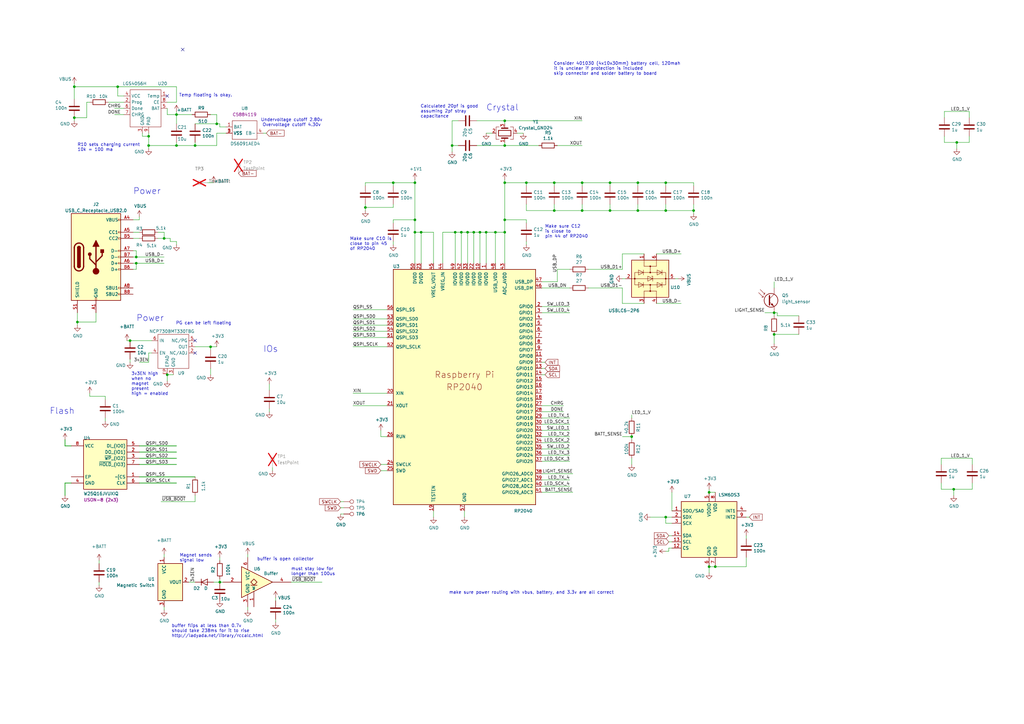
<source format=kicad_sch>
(kicad_sch (version 20231120) (generator "eeschema") (generator_version "8.0")
  (paper "A3")
  (title_block (title "RP2040 Earring") (date "2024-07-21") (rev "REV1") (company "Sequoia Hope Alexander") (comment 1 "(license roughly means, share, modify, etc, but do not sue us)") (comment 2 "LICENSE: CERN-OHL-P"))
  (junction (at 149.86 85.09))
  (junction (at 548.64 149.86))
  (junction (at 227.33 74.93))
  (junction (at 525.78 116.84))
  (junction (at 464.82 27.94))
  (junction (at 462.28 182.88))
  (junction (at 261.62 86.36))
  (junction (at 548.64 238.76))
  (junction (at 238.76 74.93))
  (junction (at 238.76 86.36))
  (junction (at 579.12 50.8))
  (junction (at 525.78 50.8))
  (junction (at 566.42 149.86))
  (junction (at 31.75 132.08))
  (junction (at 60.96 55.88))
  (junction (at 543.56 83.82))
  (junction (at 530.86 238.76))
  (junction (at 444.5 205.74))
  (junction (at 186.69 95.25))
  (junction (at 444.5 238.76))
  (junction (at 543.56 93.98))
  (junction (at 55.88 107.95))
  (junction (at 530.86 205.74))
  (junction (at 199.39 95.25))
  (junction (at 391.16 200.66))
  (junction (at 462.28 205.74))
  (junction (at 464.82 116.84))
  (junction (at 227.33 86.36))
  (junction (at 530.86 149.86))
  (junction (at 170.18 90.17))
  (junction (at 194.31 95.25))
  (junction (at 447.04 116.84))
  (junction (at 561.34 50.8))
  (junction (at 250.19 74.93))
  (junction (at 604.52 198.12))
  (junction (at 284.48 86.36))
  (junction (at 207.01 49.53))
  (junction (at 196.85 95.25))
  (junction (at 290.83 232.41))
  (junction (at 53.34 139.7))
  (junction (at 591.82 83.82))
  (junction (at 68.58 153.67))
  (junction (at 30.48 35.56))
  (junction (at 259.08 179.07))
  (junction (at 525.78 83.82))
  (junction (at 207.01 74.93))
  (junction (at 543.56 50.8))
  (junction (at 548.64 182.88))
  (junction (at 543.56 116.84))
  (junction (at 207.01 59.69))
  (junction (at 561.34 27.94))
  (junction (at 464.82 50.8))
  (junction (at 293.37 232.41))
  (junction (at 207.01 90.17))
  (junction (at 444.5 172.72))
  (junction (at 392.43 58.42))
  (junction (at 161.29 74.93))
  (junction (at 189.23 95.25))
  (junction (at 72.39 59.69))
  (junction (at 462.28 215.9))
  (junction (at 273.05 86.36))
  (junction (at 464.82 83.82))
  (junction (at 462.28 238.76))
  (junction (at 317.5 137.16))
  (junction (at 88.9 50.8))
  (junction (at 447.04 83.82))
  (junction (at 543.56 27.94))
  (junction (at 317.5 128.27))
  (junction (at 273.05 212.09))
  (junction (at 543.56 60.96))
  (junction (at 464.82 60.96))
  (junction (at 170.18 95.25))
  (junction (at 447.04 50.8))
  (junction (at 579.12 27.94))
  (junction (at 203.2 95.25))
  (junction (at 170.18 74.93))
  (junction (at 191.77 95.25))
  (junction (at 207.01 95.25))
  (junction (at 250.19 86.36))
  (junction (at 60.96 59.69))
  (junction (at 185.42 59.69))
  (junction (at 548.64 172.72))
  (junction (at 30.48 48.26))
  (junction (at 462.28 172.72))
  (junction (at 462.28 149.86))
  (junction (at 530.86 172.72))
  (junction (at 261.62 74.93))
  (junction (at 90.17 238.76))
  (junction (at 55.88 105.41))
  (junction (at 290.83 201.93))
  (junction (at 548.64 215.9))
  (junction (at 72.39 46.99))
  (junction (at 273.05 74.93))
  (junction (at 48.26 35.56))
  (junction (at 86.36 142.24))
  (junction (at 172.72 95.25))
  (junction (at 464.82 93.98))
  (junction (at 548.64 205.74))
  (junction (at 215.9 74.93))
  (junction (at 80.01 59.69))
  (junction (at 67.31 97.79))
  (no_connect (at 68.58 39.37))
  (no_connect (at 74.93 20.32))
  (no_connect (at 80.01 139.7))
  (no_connect (at 80.01 144.78))
  (wire (pts (xy 568.96 134.62) (xy 568.96 149.86)))
  (wire (pts (xy 290.83 201.93) (xy 293.37 201.93)))
  (wire (pts (xy 530.86 215.9) (xy 530.86 218.44)))
  (wire (pts (xy 170.18 74.93) (xy 170.18 90.17)))
  (wire (pts (xy 86.36 153.67) (xy 86.36 151.13)))
  (wire (pts (xy 487.68 193.04) (xy 490.22 193.04)))
  (wire (pts (xy 144.78 133.35) (xy 158.75 133.35)))
  (wire (pts (xy 447.04 48.26) (xy 447.04 50.8)))
  (wire (pts (xy 227.33 74.93) (xy 238.76 74.93)))
  (wire (pts (xy 561.34 139.7) (xy 562.61 139.7)))
  (wire (pts (xy 447.04 50.8) (xy 464.82 50.8)))
  (wire (pts (xy 447.04 60.96) (xy 447.04 63.5)))
  (wire (pts (xy 599.44 186.69) (xy 609.6 186.69)))
  (wire (pts (xy 515.62 162.56) (xy 515.62 175.26)))
  (wire (pts (xy 426.72 210.82) (xy 490.22 210.82)))
  (wire (pts (xy 161.29 91.44) (xy 161.29 90.17)))
  (wire (pts (xy 241.3 110.49) (xy 255.27 110.49)))
  (wire (pts (xy 454.66 104.14) (xy 457.2 104.14)))
  (wire (pts (xy 510.54 73.66) (xy 518.16 73.66)))
  (wire (pts (xy 55.88 105.41) (xy 67.31 105.41)))
  (wire (pts (xy 222.25 179.07) (xy 233.68 179.07)))
  (wire (pts (xy 533.4 104.14) (xy 535.94 104.14)))
  (wire (pts (xy 548.64 236.22) (xy 548.64 238.76)))
  (wire (pts (xy 80.01 59.69) (xy 88.9 59.69)))
  (wire (pts (xy 480.06 203.2) (xy 480.06 205.74)))
  (wire (pts (xy 177.8 95.25) (xy 172.72 95.25)))
  (wire (pts (xy 454.66 71.12) (xy 457.2 71.12)))
  (wire (pts (xy 561.34 60.96) (xy 561.34 63.5)))
  (wire (pts (xy 472.44 104.14) (xy 474.98 104.14)))
  (wire (pts (xy 464.82 27.94) (xy 464.82 30.48)))
  (wire (pts (xy 447.04 93.98) (xy 464.82 93.98)))
  (wire (pts (xy 548.64 172.72) (xy 566.42 172.72)))
  (wire (pts (xy 499.11 134.62) (xy 499.11 135.89)))
  (wire (pts (xy 57.15 88.9) (xy 57.15 90.17)))
  (wire (pts (xy 510.54 86.36) (xy 574.04 86.36)))
  (wire (pts (xy 318.77 129.54) (xy 318.77 128.27)))
  (wire (pts (xy 290.83 200.66) (xy 290.83 201.93)))
  (wire (pts (xy 261.62 86.36) (xy 250.19 86.36)))
  (wire (pts (xy 77.47 238.76) (xy 80.01 238.76)))
  (wire (pts (xy 35.56 41.91) (xy 35.56 48.26)))
  (wire (pts (xy 222.25 181.61) (xy 233.68 181.61)))
  (wire (pts (xy 515.62 195.58) (xy 515.62 208.28)))
  (wire (pts (xy 290.83 232.41) (xy 290.83 234.95)))
  (wire (pts (xy 57.15 182.88) (xy 72.39 182.88)) (stroke (width 0.254)))
  (wire (pts (xy 431.8 53.34) (xy 495.3 53.34)))
  (wire (pts (xy 397.51 55.88) (xy 397.51 58.42)))
  (wire (pts (xy 429.26 175.26) (xy 492.76 175.26)))
  (wire (pts (xy 521.97 140.97) (xy 521.97 142.24)))
  (wire (pts (xy 553.72 40.64) (xy 551.18 40.64)))
  (wire (pts (xy 57.15 148.59) (xy 60.96 148.59)))
  (wire (pts (xy 30.48 48.26) (xy 30.48 49.53)))
  (wire (pts (xy 317.5 140.97) (xy 317.5 137.16)))
  (wire (pts (xy 203.2 107.95) (xy 203.2 95.25)))
  (wire (pts (xy 538.48 195.58) (xy 541.02 195.58)))
  (wire (pts (xy 599.44 195.58) (xy 599.44 198.12)))
  (wire (pts (xy 482.6 60.96) (xy 482.6 63.5)))
  (wire (pts (xy 429.26 38.1) (xy 439.42 38.1)))
  (wire (pts (xy 266.7 212.09) (xy 273.05 212.09)))
  (wire (pts (xy 215.9 99.06) (xy 215.9 100.33)))
  (wire (pts (xy 313.69 128.27) (xy 317.5 128.27)))
  (wire (pts (xy 274.32 226.06) (xy 273.05 226.06)))
  (wire (pts (xy 66.04 205.74) (xy 80.01 205.74)))
  (wire (pts (xy 57.15 195.58) (xy 80.01 195.58)) (stroke (width 0.254)))
  (wire (pts (xy 72.39 59.69) (xy 72.39 58.42)))
  (wire (pts (xy 548.64 182.88) (xy 566.42 182.88)))
  (wire (pts (xy 566.42 170.18) (xy 566.42 172.72)))
  (wire (pts (xy 472.44 226.06) (xy 469.9 226.06)))
  (wire (pts (xy 317.5 137.16) (xy 327.66 137.16)))
  (wire (pts (xy 447.04 27.94) (xy 464.82 27.94)))
  (wire (pts (xy 508 38.1) (xy 508 55.88)))
  (wire (pts (xy 238.76 86.36) (xy 227.33 86.36)))
  (wire (pts (xy 255.27 114.3) (xy 256.54 114.3)))
  (wire (pts (xy 480.06 182.88) (xy 480.06 185.42)))
  (wire (pts (xy 207.01 50.8) (xy 207.01 49.53)))
  (wire (pts (xy 255.27 104.14) (xy 264.16 104.14)))
  (wire (pts (xy 508 88.9) (xy 571.5 88.9)))
  (wire (pts (xy 528.32 172.72) (xy 530.86 172.72)))
  (wire (pts (xy 490.22 73.66) (xy 495.3 73.66)))
  (wire (pts (xy 548.64 170.18) (xy 548.64 172.72)))
  (wire (pts (xy 30.48 35.56) (xy 48.26 35.56)))
  (wire (pts (xy 447.04 27.94) (xy 447.04 30.48)))
  (wire (pts (xy 523.24 201.93) (xy 528.32 201.93)))
  (wire (pts (xy 144.78 135.89) (xy 158.75 135.89)))
  (wire (pts (xy 39.37 128.27) (xy 39.37 132.08)))
  (wire (pts (xy 222.25 168.91) (xy 231.14 168.91)))
  (wire (pts (xy 510.54 40.64) (xy 510.54 53.34)))
  (wire (pts (xy 392.43 58.42) (xy 397.51 58.42)))
  (wire (pts (xy 548.64 149.86) (xy 566.42 149.86)))
  (wire (pts (xy 558.8 193.04) (xy 556.26 193.04)))
  (wire (pts (xy 492.76 175.26) (xy 492.76 195.58)))
  (wire (pts (xy 88.9 46.99) (xy 88.9 50.8)))
  (wire (pts (xy 222.25 176.53) (xy 233.68 176.53)))
  (wire (pts (xy 487.68 226.06) (xy 490.22 226.06)))
  (wire (pts (xy 53.34 147.32) (xy 53.34 148.59)))
  (wire (pts (xy 462.28 149.86) (xy 480.06 149.86)))
  (wire (pts (xy 482.6 114.3) (xy 482.6 116.84)))
  (wire (pts (xy 548.64 203.2) (xy 548.64 205.74)))
  (wire (pts (xy 426.72 160.02) (xy 426.72 177.8)))
  (wire (pts (xy 31.75 132.08) (xy 39.37 132.08)))
  (wire (pts (xy 261.62 74.93) (xy 273.05 74.93)))
  (wire (pts (xy 539.75 134.62) (xy 541.02 134.62)))
  (wire (pts (xy 525.78 114.3) (xy 525.78 116.84)))
  (wire (pts (xy 525.78 27.94) (xy 525.78 30.48)))
  (wire (pts (xy 464.82 27.94) (xy 482.6 27.94)))
  (wire (pts (xy 447.04 93.98) (xy 447.04 96.52)))
  (wire (pts (xy 54.61 102.87) (xy 55.88 102.87)))
  (wire (pts (xy 222.25 118.11) (xy 233.68 118.11)))
  (wire (pts (xy 156.21 176.53) (xy 156.21 179.07)))
  (wire (pts (xy 566.42 149.86) (xy 568.96 149.86)))
  (wire (pts (xy 222.25 151.13) (xy 223.52 151.13)))
  (wire (pts (xy 533.4 73.66) (xy 535.94 73.66)))
  (wire (pts (xy 53.34 139.7) (xy 62.23 139.7)))
  (wire (pts (xy 284.48 83.82) (xy 284.48 86.36)))
  (wire (pts (xy 609.6 186.69) (xy 609.6 187.96)))
  (wire (pts (xy 275.59 214.63) (xy 273.05 214.63)))
  (wire (pts (xy 530.86 238.76) (xy 530.86 243.84)))
  (wire (pts (xy 431.8 73.66) (xy 431.8 86.36)))
  (wire (pts (xy 530.86 203.2) (xy 530.86 205.74)))
  (wire (pts (xy 250.19 76.2) (xy 250.19 74.93)))
  (wire (pts (xy 490.22 71.12) (xy 492.76 71.12)))
  (wire (pts (xy 530.86 205.74) (xy 548.64 205.74)))
  (wire (pts (xy 543.56 93.98) (xy 543.56 96.52)))
  (wire (pts (xy 172.72 95.25) (xy 170.18 95.25)))
  (wire (pts (xy 447.04 81.28) (xy 447.04 83.82)))
  (wire (pts (xy 255.27 118.11) (xy 255.27 124.46)))
  (wire (pts (xy 543.56 48.26) (xy 543.56 50.8)))
  (wire (pts (xy 207.01 90.17) (xy 215.9 90.17)))
  (wire (pts (xy 525.78 116.84) (xy 543.56 116.84)))
  (wire (pts (xy 273.05 214.63) (xy 273.05 212.09)))
  (wire (pts (xy 196.85 95.25) (xy 199.39 95.25)))
  (wire (pts (xy 191.77 107.95) (xy 191.77 95.25)))
  (wire (pts (xy 68.58 46.99) (xy 72.39 46.99)))
  (wire (pts (xy 426.72 160.02) (xy 436.88 160.02)))
  (wire (pts (xy 596.9 27.94) (xy 596.9 30.48)))
  (wire (pts (xy 599.44 186.69) (xy 599.44 187.96)))
  (wire (pts (xy 574.04 228.6) (xy 579.12 228.6)))
  (wire (pts (xy 212.09 54.61) (xy 214.63 54.61)))
  (wire (pts (xy 317.5 115.57) (xy 317.5 118.11)))
  (wire (pts (xy 464.82 83.82) (xy 482.6 83.82)))
  (wire (pts (xy 199.39 95.25) (xy 199.39 107.95)))
  (wire (pts (xy 528.32 168.91) (xy 528.32 172.72)))
  (wire (pts (xy 574.04 226.06) (xy 576.58 226.06)))
  (wire (pts (xy 562.61 139.7) (xy 562.61 140.97)))
  (wire (pts (xy 31.75 132.08) (xy 31.75 133.35)))
  (wire (pts (xy 462.28 149.86) (xy 462.28 152.4)))
  (wire (pts (xy 553.72 38.1) (xy 551.18 38.1)))
  (wire (pts (xy 558.8 195.58) (xy 556.26 195.58)))
  (wire (pts (xy 472.44 193.04) (xy 469.9 193.04)))
  (wire (pts (xy 222.25 153.67) (xy 223.52 153.67)))
  (wire (pts (xy 273.05 212.09) (xy 275.59 212.09)))
  (wire (pts (xy 87.63 74.93) (xy 85.09 74.93)))
  (wire (pts (xy 275.59 201.93) (xy 275.59 209.55)))
  (wire (pts (xy 386.08 200.66) (xy 391.16 200.66)))
  (wire (pts (xy 543.56 50.8) (xy 561.34 50.8)))
  (wire (pts (xy 199.39 54.61) (xy 201.93 54.61)))
  (wire (pts (xy 306.07 219.71) (xy 306.07 220.98)))
  (wire (pts (xy 68.58 41.91) (xy 72.39 41.91)))
  (wire (pts (xy 238.76 83.82) (xy 238.76 86.36)))
  (wire (pts (xy 139.7 205.74) (xy 140.97 205.74)))
  (wire (pts (xy 472.44 228.6) (xy 469.9 228.6)))
  (wire (pts (xy 144.78 138.43) (xy 158.75 138.43)))
  (wire (pts (xy 317.5 129.54) (xy 317.5 128.27)))
  (wire (pts (xy 574.04 195.58) (xy 579.12 195.58)))
  (wire (pts (xy 284.48 86.36) (xy 284.48 87.63)))
  (wire (pts (xy 80.01 58.42) (xy 80.01 59.69)))
  (wire (pts (xy 52.07 139.7) (xy 53.34 139.7)))
  (wire (pts (xy 543.56 81.28) (xy 543.56 83.82)))
  (wire (pts (xy 429.26 71.12) (xy 439.42 71.12)))
  (wire (pts (xy 261.62 83.82) (xy 261.62 86.36)))
  (wire (pts (xy 40.64 238.76) (xy 40.64 240.03)))
  (wire (pts (xy 589.28 40.64) (xy 586.74 40.64)))
  (wire (pts (xy 222.25 186.69) (xy 233.68 186.69)))
  (wire (pts (xy 530.86 149.86) (xy 530.86 152.4)))
  (wire (pts (xy 227.33 86.36) (xy 215.9 86.36)))
  (wire (pts (xy 48.26 39.37) (xy 50.8 39.37)))
  (wire (pts (xy 525.78 60.96) (xy 525.78 63.5)))
  (wire (pts (xy 464.82 60.96) (xy 482.6 60.96)))
  (wire (pts (xy 207.01 59.69) (xy 220.98 59.69)))
  (wire (pts (xy 561.34 81.28) (xy 561.34 83.82)))
  (wire (pts (xy 490.22 210.82) (xy 490.22 226.06)))
  (wire (pts (xy 528.32 149.86) (xy 530.86 149.86)))
  (wire (pts (xy 194.31 95.25) (xy 196.85 95.25)))
  (wire (pts (xy 571.5 38.1) (xy 568.96 38.1)))
  (wire (pts (xy 158.75 142.24) (xy 144.78 142.24)))
  (wire (pts (xy 387.35 45.72) (xy 387.35 48.26)))
  (wire (pts (xy 203.2 95.25) (xy 207.01 95.25)))
  (wire (pts (xy 60.96 59.69) (xy 60.96 60.96)))
  (wire (pts (xy 88.9 50.8) (xy 90.17 50.8)))
  (wire (pts (xy 429.26 55.88) (xy 492.76 55.88)))
  (wire (pts (xy 189.23 107.95) (xy 189.23 95.25)))
  (wire (pts (xy 436.88 201.93) (xy 441.96 201.93)))
  (wire (pts (xy 495.3 53.34) (xy 495.3 73.66)))
  (wire (pts (xy 566.42 182.88) (xy 566.42 185.42)))
  (wire (pts (xy 392.43 58.42) (xy 392.43 60.96)))
  (wire (pts (xy 215.9 83.82) (xy 215.9 86.36)))
  (wire (pts (xy 510.54 40.64) (xy 518.16 40.64)))
  (wire (pts (xy 513.08 193.04) (xy 513.08 210.82)))
  (wire (pts (xy 436.88 106.68) (xy 439.42 106.68)))
  (wire (pts (xy 521.97 50.8) (xy 525.78 50.8)))
  (wire (pts (xy 67.31 95.25) (xy 67.31 97.79)))
  (wire (pts (xy 566.42 203.2) (xy 566.42 205.74)))
  (wire (pts (xy 222.25 199.39) (xy 233.68 199.39)))
  (wire (pts (xy 158.75 127) (xy 144.78 127)))
  (wire (pts (xy 604.52 198.12) (xy 609.6 198.12)))
  (wire (pts (xy 548.64 182.88) (xy 548.64 185.42)))
  (wire (pts (xy 495.3 86.36) (xy 495.3 106.68)))
  (wire (pts (xy 54.61 95.25) (xy 57.15 95.25)))
  (wire (pts (xy 604.52 198.12) (xy 604.52 200.66)))
  (wire (pts (xy 161.29 76.2) (xy 161.29 74.93)))
  (wire (pts (xy 111.76 191.77) (xy 111.76 193.04)))
  (wire (pts (xy 561.34 114.3) (xy 561.34 116.84)))
  (wire (pts (xy 492.76 88.9) (xy 492.76 104.14)))
  (wire (pts (xy 464.82 93.98) (xy 482.6 93.98)))
  (wire (pts (xy 480.06 236.22) (xy 480.06 238.76)))
  (wire (pts (xy 538.48 160.02) (xy 541.02 160.02)))
  (wire (pts (xy 207.01 74.93) (xy 215.9 74.93)))
  (wire (pts (xy 579.12 48.26) (xy 579.12 50.8)))
  (wire (pts (xy 387.35 58.42) (xy 392.43 58.42)))
  (wire (pts (xy 55.88 107.95) (xy 67.31 107.95)))
  (wire (pts (xy 215.9 74.93) (xy 227.33 74.93)))
  (wire (pts (xy 553.72 71.12) (xy 551.18 71.12)))
  (wire (pts (xy 223.52 148.59) (xy 222.25 148.59)))
  (wire (pts (xy 558.8 160.02) (xy 556.26 160.02)))
  (wire (pts (xy 306.07 232.41) (xy 293.37 232.41)))
  (wire (pts (xy 90.17 228.6) (xy 90.17 229.87)))
  (wire (pts (xy 447.04 60.96) (xy 464.82 60.96)))
  (wire (pts (xy 561.34 48.26) (xy 561.34 50.8)))
  (wire (pts (xy 571.5 55.88) (xy 571.5 71.12)))
  (wire (pts (xy 454.66 106.68) (xy 457.2 106.68)))
  (wire (pts (xy 69.85 99.06) (xy 72.39 99.06)))
  (wire (pts (xy 69.85 97.79) (xy 69.85 99.06)))
  (wire (pts (xy 568.96 73.66) (xy 574.04 73.66)))
  (wire (pts (xy 525.78 27.94) (xy 543.56 27.94)))
  (wire (pts (xy 441.96 205.74) (xy 444.5 205.74)))
  (wire (pts (xy 215.9 76.2) (xy 215.9 74.93)))
  (wire (pts (xy 172.72 107.95) (xy 172.72 95.25)))
  (wire (pts (xy 397.51 45.72) (xy 397.51 48.26)))
  (wire (pts (xy 558.8 162.56) (xy 556.26 162.56)))
  (wire (pts (xy 227.33 83.82) (xy 227.33 86.36)))
  (wire (pts (xy 228.6 59.69) (xy 238.76 59.69)))
  (wire (pts (xy 60.96 55.88) (xy 60.96 59.69)))
  (wire (pts (xy 215.9 91.44) (xy 215.9 90.17)))
  (wire (pts (xy 472.44 160.02) (xy 469.9 160.02)))
  (wire (pts (xy 574.04 53.34) (xy 574.04 73.66)))
  (wire (pts (xy 579.12 175.26) (xy 579.12 195.58)))
  (wire (pts (xy 528.32 205.74) (xy 530.86 205.74)))
  (wire (pts (xy 284.48 76.2) (xy 284.48 74.93)))
  (wire (pts (xy 543.56 93.98) (xy 561.34 93.98)))
  (wire (pts (xy 520.7 228.6) (xy 523.24 228.6)))
  (wire (pts (xy 444.5 149.86) (xy 444.5 152.4)))
  (wire (pts (xy 273.05 76.2) (xy 273.05 74.93)))
  (wire (pts (xy 429.26 208.28) (xy 492.76 208.28)))
  (wire (pts (xy 548.64 149.86) (xy 548.64 152.4)))
  (wire (pts (xy 429.26 88.9) (xy 492.76 88.9)))
  (wire (pts (xy 222.25 115.57) (xy 228.6 115.57)))
  (wire (pts (xy 464.82 116.84) (xy 482.6 116.84)))
  (wire (pts (xy 515.62 162.56) (xy 523.24 162.56)))
  (wire (pts (xy 54.61 110.49) (xy 55.88 110.49)))
  (wire (pts (xy 60.96 59.69) (xy 72.39 59.69)))
  (wire (pts (xy 513.08 160.02) (xy 523.24 160.02)))
  (wire (pts (xy 561.34 27.94) (xy 579.12 27.94)))
  (wire (pts (xy 228.6 110.49) (xy 233.68 110.49)))
  (wire (pts (xy 525.78 93.98) (xy 525.78 96.52)))
  (wire (pts (xy 596.9 73.66) (xy 596.9 76.2)))
  (wire (pts (xy 452.12 226.06) (xy 454.66 226.06)))
  (wire (pts (xy 90.17 237.49) (xy 90.17 238.76)))
  (wire (pts (xy 530.86 170.18) (xy 530.86 172.72)))
  (wire (pts (xy 548.64 215.9) (xy 548.64 218.44)))
  (wire (pts (xy 444.5 215.9) (xy 444.5 218.44)))
  (wire (pts (xy 290.83 232.41) (xy 293.37 232.41)))
  (wire (pts (xy 492.76 55.88) (xy 492.76 71.12)))
  (wire (pts (xy 472.44 195.58) (xy 469.9 195.58)))
  (wire (pts (xy 144.78 161.29) (xy 158.75 161.29)))
  (wire (pts (xy 29.21 198.12) (xy 26.67 198.12)) (stroke (width 0.254)))
  (wire (pts (xy 539.75 133.35) (xy 539.75 134.62)))
  (wire (pts (xy 72.39 45.72) (xy 72.39 46.99)))
  (wire (pts (xy 149.86 76.2) (xy 149.86 74.93)))
  (wire (pts (xy 398.78 187.96) (xy 398.78 190.5)))
  (wire (pts (xy 207.01 74.93) (xy 207.01 90.17)))
  (wire (pts (xy 528.32 201.93) (xy 528.32 205.74)))
  (wire (pts (xy 462.28 236.22) (xy 462.28 238.76)))
  (wire (pts (xy 54.61 105.41) (xy 55.88 105.41)))
  (wire (pts (xy 222.25 125.73) (xy 233.68 125.73)))
  (wire (pts (xy 558.8 228.6) (xy 556.26 228.6)))
  (wire (pts (xy 447.04 116.84) (xy 447.04 119.38)))
  (wire (pts (xy 523.24 80.01) (xy 523.24 83.82)))
  (wire (pts (xy 508 55.88) (xy 571.5 55.88)))
  (wire (pts (xy 426.72 177.8) (xy 490.22 177.8)))
  (wire (pts (xy 60.96 144.78) (xy 62.23 144.78)))
  (wire (pts (xy 444.5 236.22) (xy 444.5 238.76)))
  (wire (pts (xy 462.28 215.9) (xy 462.28 218.44)))
  (wire (pts (xy 222.25 201.93) (xy 234.95 201.93)))
  (wire (pts (xy 222.25 184.15) (xy 233.68 184.15)))
  (wire (pts (xy 444.5 182.88) (xy 444.5 185.42)))
  (wire (pts (xy 327.66 129.54) (xy 318.77 129.54)))
  (wire (pts (xy 222.25 166.37) (xy 231.14 166.37)))
  (wire (pts (xy 139.7 210.82) (xy 140.97 210.82)))
  (wire (pts (xy 110.49 157.48) (xy 110.49 160.02)))
  (wire (pts (xy 195.58 49.53) (xy 207.01 49.53)))
  (wire (pts (xy 101.6 248.92) (xy 101.6 250.19)))
  (wire (pts (xy 530.86 215.9) (xy 548.64 215.9)))
  (wire (pts (xy 222.25 171.45) (xy 233.68 171.45)))
  (wire (pts (xy 86.36 142.24) (xy 86.36 143.51)))
  (wire (pts (xy 462.28 170.18) (xy 462.28 172.72)))
  (wire (pts (xy 387.35 45.72) (xy 397.51 45.72)))
  (wire (pts (xy 80.01 50.8) (xy 88.9 50.8)))
  (wire (pts (xy 429.26 195.58) (xy 436.88 195.58)))
  (wire (pts (xy 255.27 104.14) (xy 255.27 110.49)))
  (wire (pts (xy 170.18 73.66) (xy 170.18 74.93)))
  (wire (pts (xy 54.61 90.17) (xy 57.15 90.17)))
  (wire (pts (xy 533.4 106.68) (xy 535.94 106.68)))
  (wire (pts (xy 462.28 182.88) (xy 462.28 185.42)))
  (wire (pts (xy 269.24 124.46) (xy 279.4 124.46)))
  (wire (pts (xy 543.56 27.94) (xy 561.34 27.94)))
  (wire (pts (xy 144.78 130.81) (xy 158.75 130.81)))
  (wire (pts (xy 472.44 106.68) (xy 474.98 106.68)))
  (wire (pts (xy 436.88 168.91) (xy 441.96 168.91)))
  (wire (pts (xy 520.7 226.06) (xy 523.24 226.06)))
  (wire (pts (xy 57.15 187.96) (xy 72.39 187.96)) (stroke (width 0.254)))
  (wire (pts (xy 429.26 195.58) (xy 429.26 208.28)))
  (wire (pts (xy 170.18 95.25) (xy 170.18 107.95)))
  (wire (pts (xy 566.42 149.86) (xy 566.42 152.4)))
  (wire (pts (xy 60.96 54.61) (xy 60.96 55.88)))
  (wire (pts (xy 520.7 140.97) (xy 521.97 140.97)))
  (wire (pts (xy 543.56 60.96) (xy 561.34 60.96)))
  (wire (pts (xy 43.18 162.56) (xy 36.83 162.56)))
  (wire (pts (xy 566.42 236.22) (xy 566.42 238.76)))
  (wire (pts (xy 177.8 209.55) (xy 177.8 212.09)))
  (wire (pts (xy 464.82 60.96) (xy 464.82 63.5)))
  (wire (pts (xy 434.34 226.06) (xy 436.88 226.06)))
  (wire (pts (xy 482.6 93.98) (xy 482.6 96.52)))
  (wire (pts (xy 513.08 160.02) (xy 513.08 177.8)))
  (wire (pts (xy 508 38.1) (xy 518.16 38.1)))
  (wire (pts (xy 530.86 182.88) (xy 548.64 182.88)))
  (wire (pts (xy 452.12 228.6) (xy 454.66 228.6)))
  (wire (pts (xy 259.08 179.07) (xy 259.08 180.34)))
  (wire (pts (xy 80.01 203.2) (xy 80.01 205.74)))
  (wire (pts (xy 561.34 50.8) (xy 579.12 50.8)))
  (wire (pts (xy 525.78 93.98) (xy 543.56 93.98)))
  (wire (pts (xy 48.26 35.56) (xy 72.39 35.56)))
  (wire (pts (xy 46.99 44.45) (xy 50.8 44.45)))
  (wire (pts (xy 596.9 48.26) (xy 596.9 50.8)))
  (wire (pts (xy 186.69 95.25) (xy 189.23 95.25)))
  (wire (pts (xy 80.01 142.24) (xy 86.36 142.24)))
  (wire (pts (xy 579.12 27.94) (xy 596.9 27.94)))
  (wire (pts (xy 222.25 189.23) (xy 233.68 189.23)))
  (wire (pts (xy 530.86 149.86) (xy 548.64 149.86)))
  (wire (pts (xy 170.18 90.17) (xy 170.18 95.25)))
  (wire (pts (xy 68.58 153.67) (xy 71.12 153.67)))
  (wire (pts (xy 238.76 76.2) (xy 238.76 74.93)))
  (wire (pts (xy 391.16 200.66) (xy 398.78 200.66)))
  (wire (pts (xy 273.05 74.93) (xy 284.48 74.93)))
  (wire (pts (xy 561.34 93.98) (xy 561.34 96.52)))
  (wire (pts (xy 525.78 81.28) (xy 525.78 83.82)))
  (wire (pts (xy 490.22 177.8) (xy 490.22 193.04)))
  (wire (pts (xy 533.4 38.1) (xy 535.94 38.1)))
  (wire (pts (xy 561.34 134.62) (xy 568.96 134.62)))
  (wire (pts (xy 589.28 38.1) (xy 586.74 38.1)))
  (wire (pts (xy 186.69 107.95) (xy 186.69 95.25)))
  (wire (pts (xy 90.17 50.8) (xy 90.17 52.07)))
  (wire (pts (xy 26.67 198.12) (xy 26.67 203.2)) (stroke (width 0.254)))
  (wire (pts (xy 110.49 167.64) (xy 110.49 168.91)))
  (wire (pts (xy 250.19 83.82) (xy 250.19 86.36)))
  (wire (pts (xy 518.16 46.99) (xy 521.97 46.99)))
  (wire (pts (xy 497.84 140.97) (xy 500.38 140.97)))
  (wire (pts (xy 576.58 210.82) (xy 576.58 226.06)))
  (wire (pts (xy 54.61 107.95) (xy 55.88 107.95)))
  (wire (pts (xy 67.31 248.92) (xy 67.31 250.19)))
  (wire (pts (xy 431.8 73.66) (xy 439.42 73.66)))
  (wire (pts (xy 207.01 49.53) (xy 238.76 49.53)))
  (wire (pts (xy 107.95 54.61) (xy 109.22 54.61)))
  (wire (pts (xy 579.12 50.8) (xy 596.9 50.8)))
  (wire (pts (xy 609.6 195.58) (xy 609.6 198.12)))
  (wire (pts (xy 462.28 203.2) (xy 462.28 205.74)))
  (wire (pts (xy 533.4 40.64) (xy 535.94 40.64)))
  (wire (pts (xy 548.64 238.76) (xy 566.42 238.76)))
  (wire (pts (xy 88.9 46.99) (xy 86.36 46.99)))
  (wire (pts (xy 439.42 80.01) (xy 444.5 80.01)))
  (wire (pts (xy 482.6 27.94) (xy 482.6 30.48)))
  (wire (pts (xy 48.26 35.56) (xy 48.26 39.37)))
  (wire (pts (xy 444.5 149.86) (xy 462.28 149.86)))
  (wire (pts (xy 510.54 73.66) (xy 510.54 86.36)))
  (wire (pts (xy 68.58 44.45) (xy 68.58 46.99)))
  (wire (pts (xy 591.82 83.82) (xy 596.9 83.82)))
  (wire (pts (xy 191.77 95.25) (xy 194.31 95.25)))
  (wire (pts (xy 510.54 53.34) (xy 574.04 53.34)))
  (wire (pts (xy 26.67 180.34) (xy 26.67 182.88)) (stroke (width 0.254)))
  (wire (pts (xy 452.12 195.58) (xy 454.66 195.58)))
  (wire (pts (xy 241.3 118.11) (xy 255.27 118.11)))
  (wire (pts (xy 57.15 185.42) (xy 72.39 185.42)) (stroke (width 0.254)))
  (wire (pts (xy 250.19 86.36) (xy 238.76 86.36)))
  (wire (pts (xy 101.6 227.33) (xy 101.6 228.6)))
  (wire (pts (xy 72.39 35.56) (xy 72.39 41.91)))
  (wire (pts (xy 274.32 219.71) (xy 275.59 219.71)))
  (wire (pts (xy 533.4 71.12) (xy 535.94 71.12)))
  (wire (pts (xy 113.03 246.38) (xy 113.03 245.11)))
  (wire (pts (xy 207.01 95.25) (xy 207.01 107.95)))
  (wire (pts (xy 68.58 153.67) (xy 68.58 156.21)))
  (wire (pts (xy 462.28 182.88) (xy 480.06 182.88)))
  (wire (pts (xy 452.12 160.02) (xy 454.66 160.02)))
  (wire (pts (xy 431.8 40.64) (xy 431.8 53.34)))
  (wire (pts (xy 199.39 95.25) (xy 203.2 95.25)))
  (wire (pts (xy 275.59 224.79) (xy 274.32 224.79)))
  (wire (pts (xy 189.23 95.25) (xy 191.77 95.25)))
  (wire (pts (xy 317.5 128.27) (xy 318.77 128.27)))
  (wire (pts (xy 72.39 46.99) (xy 78.74 46.99)))
  (wire (pts (xy 480.06 149.86) (xy 480.06 152.4)))
  (wire (pts (xy 273.05 86.36) (xy 284.48 86.36)))
  (wire (pts (xy 492.76 208.28) (xy 492.76 228.6)))
  (wire (pts (xy 255.27 124.46) (xy 264.16 124.46)))
  (wire (pts (xy 274.32 222.25) (xy 275.59 222.25)))
  (wire (pts (xy 571.5 40.64) (xy 568.96 40.64)))
  (wire (pts (xy 538.48 193.04) (xy 541.02 193.04)))
  (wire (pts (xy 444.5 83.82) (xy 447.04 83.82)))
  (wire (pts (xy 538.48 228.6) (xy 541.02 228.6)))
  (wire (pts (xy 513.08 177.8) (xy 576.58 177.8)))
  (wire (pts (xy 181.61 107.95) (xy 181.61 95.25)))
  (wire (pts (xy 269.24 104.14) (xy 279.4 104.14)))
  (wire (pts (xy 30.48 35.56) (xy 30.48 40.64)))
  (wire (pts (xy 472.44 40.64) (xy 474.98 40.64)))
  (wire (pts (xy 274.32 224.79) (xy 274.32 226.06)))
  (wire (pts (xy 530.86 182.88) (xy 530.86 185.42)))
  (wire (pts (xy 444.5 46.99) (xy 444.5 50.8)))
  (wire (pts (xy 553.72 73.66) (xy 551.18 73.66)))
  (wire (pts (xy 43.18 171.45) (xy 43.18 172.72)))
  (wire (pts (xy 228.6 110.49) (xy 228.6 115.57)))
  (wire (pts (xy 487.68 195.58) (xy 492.76 195.58)))
  (wire (pts (xy 398.78 198.12) (xy 398.78 200.66)))
  (wire (pts (xy 462.28 205.74) (xy 480.06 205.74)))
  (wire (pts (xy 482.6 48.26) (xy 482.6 50.8)))
  (wire (pts (xy 530.86 172.72) (xy 548.64 172.72)))
  (wire (pts (xy 515.62 175.26) (xy 579.12 175.26)))
  (wire (pts (xy 462.28 172.72) (xy 480.06 172.72)))
  (wire (pts (xy 480.06 215.9) (xy 480.06 218.44)))
  (wire (pts (xy 525.78 83.82) (xy 543.56 83.82)))
  (wire (pts (xy 586.74 73.66) (xy 586.74 76.2)))
  (wire (pts (xy 444.5 170.18) (xy 444.5 172.72)))
  (wire (pts (xy 579.12 27.94) (xy 579.12 30.48)))
  (wire (pts (xy 139.7 208.28) (xy 140.97 208.28)))
  (wire (pts (xy 222.25 173.99) (xy 233.68 173.99)))
  (wire (pts (xy 30.48 48.26) (xy 35.56 48.26)))
  (wire (pts (xy 55.88 110.49) (xy 55.88 107.95)))
  (wire (pts (xy 452.12 162.56) (xy 454.66 162.56)))
  (wire (pts (xy 250.19 74.93) (xy 261.62 74.93)))
  (wire (pts (xy 525.78 50.8) (xy 543.56 50.8)))
  (wire (pts (xy 429.26 162.56) (xy 429.26 175.26)))
  (wire (pts (xy 429.26 162.56) (xy 436.88 162.56)))
  (wire (pts (xy 187.96 59.69) (xy 185.42 59.69)))
  (wire (pts (xy 50.8 46.99) (xy 46.99 46.99)))
  (wire (pts (xy 515.62 208.28) (xy 579.12 208.28)))
  (wire (pts (xy 158.75 179.07) (xy 156.21 179.07)))
  (wire (pts (xy 429.26 71.12) (xy 429.26 88.9)))
  (wire (pts (xy 259.08 170.18) (xy 259.08 171.45)))
  (wire (pts (xy 54.61 97.79) (xy 57.15 97.79)))
  (wire (pts (xy 447.04 114.3) (xy 447.04 116.84)))
  (wire (pts (xy 426.72 193.04) (xy 426.72 210.82)))
  (wire (pts (xy 444.5 182.88) (xy 462.28 182.88)))
  (wire (pts (xy 72.39 59.69) (xy 80.01 59.69)))
  (wire (pts (xy 255.27 179.07) (xy 259.08 179.07)))
  (wire (pts (xy 158.75 166.37) (xy 144.78 166.37)))
  (wire (pts (xy 518.16 80.01) (xy 523.24 80.01)))
  (wire (pts (xy 576.58 177.8) (xy 576.58 193.04)))
  (wire (pts (xy 513.08 193.04) (xy 523.24 193.04)))
  (wire (pts (xy 64.77 97.79) (xy 67.31 97.79)))
  (wire (pts (xy 60.96 144.78) (xy 60.96 148.59)))
  (wire (pts (xy 88.9 54.61) (xy 92.71 54.61)))
  (wire (pts (xy 566.42 215.9) (xy 566.42 218.44)))
  (wire (pts (xy 431.8 86.36) (xy 495.3 86.36)))
  (wire (pts (xy 472.44 71.12) (xy 474.98 71.12)))
  (wire (pts (xy 161.29 99.06) (xy 161.29 100.33)))
  (wire (pts (xy 487.68 228.6) (xy 492.76 228.6)))
  (wire (pts (xy 462.28 215.9) (xy 480.06 215.9)))
  (wire (pts (xy 515.62 104.14) (xy 518.16 104.14)))
  (wire (pts (xy 444.5 172.72) (xy 462.28 172.72)))
  (wire (pts (xy 525.78 116.84) (xy 525.78 119.38)))
  (wire (pts (xy 499.11 135.89) (xy 500.38 135.89)))
  (wire (pts (xy 185.42 59.69) (xy 185.42 62.23)))
  (wire (pts (xy 87.63 238.76) (xy 90.17 238.76)))
  (wire (pts (xy 391.16 200.66) (xy 391.16 203.2)))
  (wire (pts (xy 525.78 48.26) (xy 525.78 50.8)))
  (wire (pts (xy 64.77 95.25) (xy 67.31 95.25)))
  (wire (pts (xy 207.01 73.66) (xy 207.01 74.93)))
  (wire (pts (xy 259.08 187.96) (xy 259.08 190.5)))
  (wire (pts (xy 57.15 198.12) (xy 72.39 198.12)) (stroke (width 0.254)))
  (wire (pts (xy 515.62 106.68) (xy 518.16 106.68)))
  (wire (pts (xy 306.07 228.6) (xy 306.07 232.41)))
  (wire (pts (xy 490.22 104.14) (xy 492.76 104.14)))
  (wire (pts (xy 149.86 74.93) (xy 161.29 74.93)))
  (wire (pts (xy 40.64 229.87) (xy 40.64 231.14)))
  (wire (pts (xy 149.86 85.09) (xy 161.29 85.09)))
  (wire (pts (xy 177.8 107.95) (xy 177.8 95.25)))
  (wire (pts (xy 90.17 52.07) (xy 92.71 52.07)))
  (wire (pts (xy 444.5 50.8) (xy 447.04 50.8)))
  (wire (pts (xy 464.82 93.98) (xy 464.82 96.52)))
  (wire (pts (xy 58.42 55.88) (xy 60.96 55.88)))
  (wire (pts (xy 72.39 99.06) (xy 72.39 100.33)))
  (wire (pts (xy 194.31 107.95) (xy 194.31 95.25)))
  (wire (pts (xy 444.5 203.2) (xy 444.5 205.74)))
  (wire (pts (xy 196.85 107.95) (xy 196.85 95.25)))
  (wire (pts (xy 447.04 116.84) (xy 464.82 116.84)))
  (wire (pts (xy 58.42 54.61) (xy 58.42 55.88)))
  (wire (pts (xy 464.82 81.28) (xy 464.82 83.82)))
  (wire (pts (xy 543.56 60.96) (xy 543.56 63.5)))
  (wire (pts (xy 439.42 46.99) (xy 444.5 46.99)))
  (wire (pts (xy 227.33 76.2) (xy 227.33 74.93)))
  (wire (pts (xy 472.44 73.66) (xy 474.98 73.66)))
  (wire (pts (xy 538.48 226.06) (xy 541.02 226.06)))
  (wire (pts (xy 490.22 106.68) (xy 495.3 106.68)))
  (wire (pts (xy 86.36 142.24) (xy 88.9 142.24)))
  (wire (pts (xy 26.67 182.88) (xy 29.21 182.88)) (stroke (width 0.254)))
  (wire (pts (xy 543.56 114.3) (xy 543.56 116.84)))
  (wire (pts (xy 482.6 81.28) (xy 482.6 83.82)))
  (wire (pts (xy 88.9 54.61) (xy 88.9 59.69)))
  (wire (pts (xy 464.82 48.26) (xy 464.82 50.8)))
  (wire (pts (xy 441.96 172.72) (xy 444.5 172.72)))
  (wire (pts (xy 480.06 170.18) (xy 480.06 172.72)))
  (wire (pts (xy 515.62 195.58) (xy 523.24 195.58)))
  (wire (pts (xy 454.66 38.1) (xy 457.2 38.1)))
  (wire (pts (xy 67.31 97.79) (xy 69.85 97.79)))
  (wire (pts (xy 523.24 168.91) (xy 528.32 168.91)))
  (wire (pts (xy 513.08 210.82) (xy 576.58 210.82)))
  (wire (pts (xy 67.31 227.33) (xy 67.31 228.6)))
  (wire (pts (xy 431.8 40.64) (xy 439.42 40.64)))
  (wire (pts (xy 543.56 83.82) (xy 561.34 83.82)))
  (wire (pts (xy 558.8 226.06) (xy 556.26 226.06)))
  (wire (pts (xy 185.42 49.53) (xy 185.42 59.69)))
  (wire (pts (xy 57.15 190.5) (xy 72.39 190.5)) (stroke (width 0.254)))
  (wire (pts (xy 568.96 71.12) (xy 571.5 71.12)))
  (wire (pts (xy 187.96 49.53) (xy 185.42 49.53)))
  (wire (pts (xy 452.12 193.04) (xy 454.66 193.04)))
  (wire (pts (xy 113.03 254) (xy 113.03 255.27)))
  (wire (pts (xy 238.76 74.93) (xy 250.19 74.93)))
  (wire (pts (xy 161.29 85.09) (xy 161.29 83.82)))
  (wire (pts (xy 273.05 86.36) (xy 261.62 86.36)))
  (wire (pts (xy 119.38 238.76) (xy 132.08 238.76)))
  (wire (pts (xy 586.74 83.82) (xy 591.82 83.82)))
  (wire (pts (xy 574.04 193.04) (xy 576.58 193.04)))
  (wire (pts (xy 35.56 41.91) (xy 36.83 41.91)))
  (wire (pts (xy 444.5 215.9) (xy 462.28 215.9)))
  (wire (pts (xy 444.5 238.76) (xy 462.28 238.76)))
  (wire (pts (xy 207.01 90.17) (xy 207.01 95.25)))
  (wire (pts (xy 586.74 73.66) (xy 596.9 73.66)))
  (wire (pts (xy 278.13 114.3) (xy 276.86 114.3)))
  (wire (pts (xy 386.08 187.96) (xy 398.78 187.96)))
  (wire (pts (xy 571.5 88.9) (xy 571.5 104.14)))
  (wire (pts (xy 530.86 236.22) (xy 530.86 238.76)))
  (wire (pts (xy 444.5 80.01) (xy 444.5 83.82)))
  (wire (pts (xy 464.82 50.8) (xy 482.6 50.8)))
  (wire (pts (xy 561.34 27.94) (xy 561.34 30.48)))
  (wire (pts (xy 72.39 50.8) (xy 72.39 46.99)))
  (wire (pts (xy 31.75 128.27) (xy 31.75 132.08)))
  (wire (pts (xy 149.86 83.82) (xy 149.86 85.09)))
  (wire (pts (xy 548.64 215.9) (xy 566.42 215.9)))
  (wire (pts (xy 523.24 83.82) (xy 525.78 83.82)))
  (wire (pts (xy 591.82 83.82) (xy 591.82 86.36)))
  (wire (pts (xy 90.17 238.76) (xy 91.44 238.76)))
  (wire (pts (xy 530.86 238.76) (xy 548.64 238.76)))
  (wire (pts (xy 444.5 238.76) (xy 444.5 243.84)))
  (wire (pts (xy 261.62 76.2) (xy 261.62 74.93)))
  (wire (pts (xy 307.34 212.09) (xy 306.07 212.09)))
  (wire (pts (xy 386.08 187.96) (xy 386.08 190.5)))
  (wire (pts (xy 508 71.12) (xy 508 88.9)))
  (wire (pts (xy 444.5 205.74) (xy 462.28 205.74)))
  (wire (pts (xy 462.28 238.76) (xy 480.06 238.76)))
  (wire (pts (xy 553.72 104.14) (xy 551.18 104.14)))
  (wire (pts (xy 156.21 190.5) (xy 158.75 190.5)))
  (wire (pts (xy 553.72 106.68) (xy 551.18 106.68)))
  (wire (pts (xy 156.21 193.04) (xy 158.75 193.04)))
  (wire (pts (xy 568.96 104.14) (xy 571.5 104.14)))
  (wire (pts (xy 441.96 201.93) (xy 441.96 205.74)))
  (wire (pts (xy 387.35 55.88) (xy 387.35 58.42)))
  (wire (pts (xy 161.29 90.17) (xy 170.18 90.17)))
  (wire (pts (xy 426.72 193.04) (xy 436.88 193.04)))
  (wire (pts (xy 525.78 60.96) (xy 543.56 60.96)))
  (wire (pts (xy 447.04 83.82) (xy 464.82 83.82)))
  (wire (pts (xy 429.26 38.1) (xy 429.26 55.88)))
  (wire (pts (xy 273.05 83.82) (xy 273.05 86.36)))
  (wire (pts (xy 44.45 41.91) (xy 50.8 41.91)))
  (wire (pts (xy 55.88 102.87) (xy 55.88 105.41)))
  (wire (pts (xy 521.97 46.99) (xy 521.97 50.8)))
  (wire (pts (xy 195.58 59.69) (xy 207.01 59.69)))
  (wire (pts (xy 528.32 135.89) (xy 528.32 149.86)))
  (wire (pts (xy 30.48 34.29) (xy 30.48 35.56)))
  (wire (pts (xy 520.7 135.89) (xy 528.32 135.89)))
  (wire (pts (xy 508 71.12) (xy 518.16 71.12)))
  (wire (pts (xy 441.96 168.91) (xy 441.96 172.72)))
  (wire (pts (xy 543.56 116.84) (xy 561.34 116.84)))
  (wire (pts (xy 436.88 104.14) (xy 439.42 104.14)))
  (wire (pts (xy 181.61 95.25) (xy 186.69 95.25)))
  (wire (pts (xy 222.25 196.85) (xy 233.68 196.85)))
  (wire (pts (xy 472.44 162.56) (xy 469.9 162.56)))
  (wire (pts (xy 222.25 194.31) (xy 234.95 194.31)))
  (wire (pts (xy 36.83 161.29) (xy 36.83 162.56)))
  (wire (pts (xy 454.66 40.64) (xy 457.2 40.64)))
  (wire (pts (xy 543.56 27.94) (xy 543.56 30.48)))
  (wire (pts (xy 464.82 114.3) (xy 464.82 116.84)))
  (wire (pts (xy 190.5 209.55) (xy 190.5 212.09)))
  (wire (pts (xy 568.96 106.68) (xy 574.04 106.68)))
  (wire (pts (xy 538.48 162.56) (xy 541.02 162.56)))
  (wire (pts (xy 222.25 128.27) (xy 233.68 128.27)))
  (wire (pts (xy 574.04 86.36) (xy 574.04 106.68)))
  (wire (pts (xy 43.18 163.83) (xy 43.18 162.56)))
  (wire (pts (xy 599.44 198.12) (xy 604.52 198.12)))
  (wire (pts (xy 548.64 205.74) (xy 566.42 205.74)))
  (wire (pts (xy 454.66 73.66) (xy 457.2 73.66)))
  (wire (pts (xy 539.75 139.7) (xy 541.02 139.7)))
  (wire (pts (xy 149.86 85.09) (xy 149.86 86.36)))
  (wire (pts (xy 434.34 228.6) (xy 436.88 228.6)))
  (wire (pts (xy 161.29 74.93) (xy 170.18 74.93)))
  (wire (pts (xy 207.01 58.42) (xy 207.01 59.69)))
  (wire (pts (xy 579.12 208.28) (xy 579.12 228.6)))
  (wire (pts (xy 472.44 38.1) (xy 474.98 38.1)))
  (wire (pts (xy 386.08 198.12) (xy 386.08 200.66)))
  (text "Make sure C10 is\nclose to pin 45\nof RP2040" (at 143.51 102.87 0) (effects (font (size 1.27 1.27)) (justify left bottom)))
  (text "Consider 401030 (4x10x30mm) battery cell, 120mah\nit is unclear if protection is included\nskip connector and solder battery to board" (at 227.076 30.988 0) (effects (font (size 1.27 1.27)) (justify left bottom)))
  (text "buffer is open collector" (at 105.41 230.124 0) (effects (font (size 1.27 1.27)) (justify left bottom)))
  (text "Calculated 20pf is good\nassuming 2pf stray \ncapacitance" (at 172.466 48.514 0) (effects (font (size 1.27 1.27)) (justify left bottom)))
  (text "Power" (at 54.61 80.01 0) (effects (font (size 2.54 2.54)) (justify left bottom)))
  (text "Crystal" (at 199.39 45.72 0) (effects (font (size 2.54 2.54)) (justify left bottom)))
  (text "R10 sets charging current\n10k = 100 ma" (at 31.75 62.23 0) (effects (font (size 1.27 1.27)) (justify left bottom)))
  (text "buffer flips at less than 0.7v\nshould take 238ms for it to rise\nhttp://ladyada.net/library/rccalc.html" (at 70.358 261.62 0) (effects (font (size 1.27 1.27)) (justify left bottom)))
  (text "IOs" (at 107.95 144.78 0) (effects (font (size 2.54 2.54)) (justify left bottom)))
  (text "Undervoltage cutoff 2.80v\nOvervoltage cutoff 4.30v" (at 119.634 50.292 0) (effects (font (size 1.27 1.27))))
  (text "PG can be left floating" (at 72.136 133.35 0) (effects (font (size 1.27 1.27)) (justify left bottom)))
  (text "must stay low for\nlonger than 100us " (at 119.38 236.22 0) (effects (font (size 1.27 1.27)) (justify left bottom)))
  (text "Magnet sends\nsignal low" (at 73.66 230.632 0) (effects (font (size 1.27 1.27)) (justify left bottom)))
  (text "Make sure C12\nis close to\npin 44 of RP2040" (at 223.52 97.79 0) (effects (font (size 1.27 1.27)) (justify left bottom)))
  (text "make sure power routing with vbus, battery, and 3.3v are all correct" (at 184.15 243.84 0) (effects (font (size 1.27 1.27)) (justify left bottom)))
  (text "3v3EN high\nwhen no\nmagnet\npresent\nhigh = enabled" (at 53.848 162.306 0) (effects (font (size 1.27 1.27)) (justify left bottom)))
  (text "Power" (at 55.88 132.08 0) (effects (font (size 2.54 2.54)) (justify left bottom)))
  (text "Temp floating is okay." (at 73.406 39.878 0) (effects (font (size 1.27 1.27)) (justify left bottom)))
  (text "Flash" (at 20.32 170.18 0) (effects (font (size 2.54 2.54)) (justify left bottom)))
  (label "~{USB_BOOT}" (at 129.54 238.76 180))
  (label "LED_1_V" (at 535.94 182.88 0))
  (label "LED_1_V" (at 588.01 73.66 0))
  (label "USB_D+" (at 67.31 107.95 180))
  (label "LED_1_V" (at 455.93 93.98 0))
  (label "CHRG" (at 231.14 166.37 180))
  (label "3v3EN" (at 80.01 238.76 90))
  (label "QSPI_SCLK" (at 144.78 142.24 0))
  (label "QSPI_SD3" (at 59.69 190.5 0))
  (label "LED_1_V" (at 601.98 186.69 0))
  (label "LED_SCK_2" (at 233.68 181.61 180))
  (label "LED_1_V" (at 532.13 60.96 0))
  (label "LED_1_V" (at 389.89 187.96 0))
  (label "LED_SCK_3" (at 436.88 104.14 180))
  (label "LED_1_V" (at 389.89 45.72 0))
  (label "USB_D1+" (at 255.27 110.49 180))
  (label "LED_1_V" (at 450.85 215.9 0))
  (label "LED_1_V" (at 457.2 27.94 0))
  (label "XIN" (at 238.76 49.53 180))
  (label "QSPI_SD1" (at 144.78 133.35 0))
  (label "LED_1_V" (at 450.85 182.88 0))
  (label "USB_D-" (at 279.4 124.46 180))
  (label "BATT_SENSE" (at 255.27 179.07 180))
  (label "3v3EN" (at 60.96 148.59 180))
  (label "USB_DP" (at 228.6 111.76 90))
  (label "QSPI_SS" (at 144.78 127 0))
  (label "SW_LED_1" (at 497.84 140.97 180))
  (label "QSPI_SD1" (at 59.69 185.42 0))
  (label "QSPI_SD0" (at 59.69 182.88 0))
  (label "LED_1_V" (at 317.5 115.57 0))
  (label "SW_LED_4" (at 233.68 128.27 180))
  (label "SW_LED_1" (at 233.68 176.53 180))
  (label "LED_TX_1" (at 520.7 228.6 180))
  (label "LED_SCK_4" (at 434.34 226.06 180))
  (label "QSPI_SD2" (at 59.69 187.96 0))
  (label "USB_D1-" (at 255.27 118.11 180))
  (label "XOUT" (at 144.78 166.37 0))
  (label "QSPI_SD3" (at 144.78 138.43 0))
  (label "SW_LED_3" (at 233.68 125.73 180))
  (label "DONE" (at 49.53 46.99 180))
  (label "CHRG" (at 49.53 44.45 180))
  (label "LED_1_V" (at 532.13 93.98 0))
  (label "SW_LED_1" (at 539.75 139.7 180))
  (label "XIN" (at 144.78 161.29 0))
  (label "SW_LED_2" (at 233.68 184.15 180))
  (label "BATT_SENSE" (at 234.95 201.93 180))
  (label "LED_TX_3" (at 233.68 186.69 180))
  (label "USB_D+" (at 279.4 104.14 180))
  (label "LED_1_V" (at 537.21 215.9 0))
  (label "LIGHT_SENSE" (at 313.69 128.27 180))
  (label "LED_SCK_1" (at 520.7 226.06 180))
  (label "LED_SCK_1" (at 233.68 173.99 180))
  (label "XOUT" (at 238.76 59.69 180))
  (label "LED_SCK_2" (at 515.62 104.14 180))
  (label "LED_TX_3" (at 436.88 106.68 180))
  (label "LIGHT_SENSE" (at 234.95 194.31 180))
  (label "DONE" (at 231.14 168.91 180))
  (label "LED_TX_2" (at 515.62 106.68 180))
  (label "LED_1_V" (at 533.4 27.94 0))
  (label "QSPI_SD2" (at 144.78 135.89 0))
  (label "LED_SCK_4" (at 233.68 199.39 180))
  (label "LED_TX_4" (at 434.34 228.6 180))
  (label "LED_1_V" (at 450.85 149.86 0))
  (label "LED_TX_2" (at 233.68 179.07 180))
  (label "LED_1_V" (at 259.08 170.18 0))
  (label "QSPI_SS" (at 59.69 195.58 0))
  (label "QSPI_SD0" (at 144.78 130.81 0))
  (label "LED_1_V" (at 457.2 60.96 0))
  (label "LED_1_V" (at 534.67 149.86 0))
  (label "USB_D-" (at 67.31 105.41 180))
  (label "~{USB_BOOT}" (at 76.2 205.74 180))
  (label "LED_SCK_3" (at 233.68 189.23 180))
  (label "LED_TX_4" (at 233.68 196.85 180))
  (label "LED_TX_1" (at 233.68 171.45 180))
  (label "USB_DN" (at 224.79 118.11 0))
  (label "QSPI_SCLK" (at 59.69 198.12 0))
  (global_label "SCL" (shape input) (at 223.52 153.67 0) (property "Intersheetrefs" "${INTERSHEET_REFS}" (effects (hide yes))))
  (global_label "SWCLK" (shape input) (at 156.21 190.5 180) (property "Intersheetrefs" "${INTERSHEET_REFS}" (effects (hide yes))))
  (global_label "BAT-" (shape input) (at 109.22 54.61 0) (property "Intersheetrefs" "${INTERSHEET_REFS}" (effects (hide yes))))
  (global_label "SWCLK" (shape input) (at 139.7 205.74 180) (property "Intersheetrefs" "${INTERSHEET_REFS}" (effects (hide yes))))
  (global_label "INT" (shape input) (at 307.34 212.09 0) (property "Intersheetrefs" "${INTERSHEET_REFS}" (effects (hide yes))))
  (global_label "SCL" (shape input) (at 274.32 222.25 180) (property "Intersheetrefs" "${INTERSHEET_REFS}" (effects (hide yes))))
  (global_label "INT" (shape input) (at 223.52 148.59 0) (property "Intersheetrefs" "${INTERSHEET_REFS}" (effects (hide yes))))
  (global_label "SWD" (shape input) (at 139.7 208.28 180) (property "Intersheetrefs" "${INTERSHEET_REFS}" (effects (hide yes))))
  (global_label "BAT-" (shape input) (at 97.79 71.12 0) (property "Intersheetrefs" "${INTERSHEET_REFS}" (effects (hide yes))))
  (global_label "SWD" (shape input) (at 156.21 193.04 180) (property "Intersheetrefs" "${INTERSHEET_REFS}" (effects (hide yes))))
  (global_label "SDA" (shape input) (at 223.52 151.13 0) (property "Intersheetrefs" "${INTERSHEET_REFS}" (effects (hide yes))))
  (global_label "SDA" (shape input) (at 274.32 219.71 180) (property "Intersheetrefs" "${INTERSHEET_REFS}" (effects (hide yes))))
  (symbol (lib_id "earring:SK9822") (at 548.64 195.58 0) (unit 1)
    (property "Reference" "U21" (at 549.3101 186.309 0) (effects (justify left)))
    (property "Value" "~" (at 542.29 190.5 0))
    (property "Footprint" "parts:LED-SK9822-EC20" (effects (hide yes)))
  )
  (symbol (lib_id "power:+BATT") (at 539.75 133.35 0) (unit 1)
    (property "Reference" "#PWR057" (effects (hide yes)))
    (property "Value" "+BATT" (at 534.67 132.715 0))
  )
  (symbol (lib_id "earring:SK9822") (at 561.34 73.66 0) (unit 1)
    (property "Reference" "U36" (at 561.7561 64.643 0) (effects (justify left)))
    (property "Value" "~" (at 554.99 68.58 0))
    (property "Footprint" "parts:LED-SK9822-EC20" (effects (hide yes)))
  )
  (symbol (lib_id "Device:C") (at 284.48 80.01 0) (unit 1)
    (property "Reference" "C18" (at 287.401 78.8416 0) (effects (justify left)))
    (property "Value" "100n" (at 287.401 81.153 0) (effects (justify left)))
    (property "Footprint" "Capacitor_SMD:C_0402_1005Metric" (effects (hide yes)))
    (property "LCSC" "C60474" (effects (hide yes)))
  )
  (symbol (lib_id "earring:SK9822") (at 444.5 228.6 0) (unit 1)
    (property "Reference" "U45" (at 444.9161 219.075 0) (effects (justify left)))
    (property "Value" "~" (at 438.15 223.52 0))
    (property "Footprint" "parts:LED-SK9822-EC20" (effects (hide yes)))
  )
  (symbol (lib_id "power:GND") (at 43.18 172.72 0) (unit 1)
    (property "Reference" "#PWR07" (effects (hide yes)))
    (property "Value" "GND" (at 46.99 173.99 0))
  )
  (symbol (lib_id "2024-12-11_08-06-17:TPS22913BYZVR") (at 551.18 137.16 0) (unit 1)
    (property "Reference" "U43" (at 558.546 141.986 0) (effects (font (size 1.524 1.524))))
    (property "Value" "TPS22913BYZVR" (at 551.688 130.302 0) (effects (font (size 1.524 1.524))))
    (property "Footprint" "footprints:YZV0004ADAD" (effects (hide yes)))
    (property "Datasheet" "TPS22913BYZVR" (effects (hide yes)))
    (property "LCSC" "C544698" (effects (hide yes)))
  )
  (symbol (lib_id "Device:C") (at 86.36 147.32 0) (unit 1)
    (property "Reference" "C20" (at 89.281 146.1516 0) (effects (justify left)))
    (property "Value" "1u" (at 89.281 148.463 0) (effects (justify left)))
    (property "Footprint" "Capacitor_SMD:C_0402_1005Metric" (effects (hide yes)))
    (property "LCSC" "C29266" (effects (hide yes)))
  )
  (symbol (lib_id "power:GND") (at 521.97 142.24 0) (unit 1)
    (property "Reference" "#PWR073" (effects (hide yes)))
    (property "Value" "GND" (at 522.097 146.6342 0))
  )
  (symbol (lib_id "earring:SK9822") (at 566.42 228.6 0) (unit 1)
    (property "Reference" "U52" (at 567.0901 219.329 0) (effects (justify left)))
    (property "Value" "~" (at 560.07 223.52 0))
    (property "Footprint" "parts:LED-SK9822-EC20" (effects (hide yes)))
  )
  (symbol (lib_id "Device:C") (at 273.05 80.01 0) (unit 1)
    (property "Reference" "C17" (at 275.971 78.8416 0) (effects (justify left)))
    (property "Value" "100n" (at 275.971 81.153 0) (effects (justify left)))
    (property "Footprint" "Capacitor_SMD:C_0402_1005Metric" (effects (hide yes)))
    (property "LCSC" "C60474" (effects (hide yes)))
  )
  (symbol (lib_id "power:GND") (at 67.31 250.19 0) (unit 1)
    (property "Reference" "#PWR016" (effects (hide yes)))
    (property "Value" "GND" (at 67.437 254.5842 0))
  )
  (symbol (lib_id "Device:R") (at 80.01 199.39 0) (unit 1)
    (property "Reference" "R1" (at 77.2922 199.39 90))
    (property "Value" "1.1k" (at 83.4136 199.39 90))
    (property "Footprint" "Resistor_SMD:R_0402_1005Metric" (effects (hide yes)))
    (property "LCSC" "C325543" (effects (hide yes)))
  )
  (symbol (lib_id "Connector:TestPoint") (at 97.79 71.12 0) (unit 1) (in_bom no) (dnp yes)
    (property "Reference" "TP2" (at 99.695 66.5479 0) (effects (justify left)))
    (property "Value" "TestPoint" (at 99.695 69.0879 0) (effects (justify left)))
    (property "Footprint" "TestPoint:TestPoint_Pad_2.0x2.0mm" (effects (hide yes)))
    (property "LCSC" "C238130" (effects (hide yes)))
  )
  (symbol (lib_id "earring:SK9822") (at 525.78 106.68 0) (unit 1)
    (property "Reference" "U41" (at 525.9421 97.409 0) (effects (justify left)))
    (property "Value" "~" (at 519.43 101.6 0))
    (property "Footprint" "parts:LED-SK9822-EC20" (effects (hide yes)))
  )
  (symbol (lib_id "earring:SK9822") (at 561.34 40.64 0) (unit 1)
    (property "Reference" "U29" (at 561.7561 31.623 0) (effects (justify left)))
    (property "Value" "~" (at 554.99 35.56 0))
    (property "Footprint" "parts:LED-SK9822-EC20" (effects (hide yes)))
  )
  (symbol (lib_id "Device:C") (at 306.07 224.79 0) (unit 1)
    (property "Reference" "C23" (at 308.991 223.6216 0) (effects (justify left)))
    (property "Value" "100n" (at 308.991 225.933 0) (effects (justify left)))
    (property "Footprint" "Capacitor_SMD:C_0402_1005Metric" (effects (hide yes)))
    (property "LCSC" "C60474" (effects (hide yes)))
  )
  (symbol (lib_id "power:GND") (at 518.16 46.99 0) (unit 1)
    (property "Reference" "#PWR063" (effects (hide yes)))
    (property "Value" "GND" (at 518.287 51.3842 0))
  )
  (symbol (lib_id "power:+3V3") (at 26.67 180.34 0) (unit 1)
    (property "Reference" "#PWR012" (effects (hide yes)))
    (property "Value" "+3V3" (at 27.051 175.9458 0))
  )
  (symbol (lib_id "power:+BATT") (at 67.31 227.33 0) (unit 1)
    (property "Reference" "#PWR05" (effects (hide yes)))
    (property "Value" "+BATT" (at 67.31 221.615 0))
  )
  (symbol (lib_id "earring:SK9822") (at 447.04 73.66 0) (unit 1)
    (property "Reference" "U31" (at 447.4561 64.389 0) (effects (justify left)))
    (property "Value" "~" (at 440.69 68.58 0))
    (property "Footprint" "parts:LED-SK9822-EC20" (effects (hide yes)))
  )
  (symbol (lib_id "earring:SK9822") (at 530.86 162.56 0) (unit 1)
    (property "Reference" "U16" (at 531.5301 153.289 0) (effects (justify left)))
    (property "Value" "~" (at 524.51 157.48 0))
    (property "Footprint" "parts:LED-SK9822-EC20" (effects (hide yes)))
  )
  (symbol (lib_id "power:GND") (at 439.42 80.01 0) (unit 1)
    (property "Reference" "#PWR069" (effects (hide yes)))
    (property "Value" "GND" (at 439.547 84.4042 0))
  )
  (symbol (lib_id "power:GND") (at 266.7 212.09 270) (unit 1)
    (property "Reference" "#PWR027" (effects (hide yes)))
    (property "Value" "GND" (at 262.89 212.09 0))
  )
  (symbol (lib_id "power:GND") (at 214.63 54.61 0) (unit 1)
    (property "Reference" "#PWR023" (effects (hide yes)))
    (property "Value" "GND" (at 214.757 59.0042 0))
  )
  (symbol (lib_id "power:GND") (at 40.64 240.03 0) (unit 1)
    (property "Reference" "#PWR01" (effects (hide yes)))
    (property "Value" "GND" (at 40.767 244.4242 0))
  )
  (symbol (lib_id "power:+BATT") (at 72.39 45.72 0) (unit 1)
    (property "Reference" "#PWR042" (effects (hide yes)))
    (property "Value" "+BATT" (at 75.565 45.085 0))
  )
  (symbol (lib_id "power:GND") (at 562.61 140.97 0) (unit 1)
    (property "Reference" "#PWR071" (effects (hide yes)))
    (property "Value" "GND" (at 562.737 145.3642 0))
  )
  (symbol (lib_id "Femto_module-altium-import:0_ICC_WBD_W25Q64_SOIC_WSON_USON") (at 34.29 180.34 0) (unit 1)
    (property "Reference" "U4" (at 34.29 180.34 0) (effects (justify left bottom)))
    (property "Value" "W25Q16JVUXIQ" (at 34.29 203.2 0) (effects (justify left bottom)))
    (property "Footprint" "parts:IC_W25Q16JVUXIQ_TR" (effects (hide yes)))
    (property "COMPONENT TYPE" "IC" (effects (hide yes)))
    (property "MANUFACTURER" "Winbond Electronics" (effects (hide yes)))
    (property "MOUNTING TYPE" "SMD" (effects (hide yes)))
    (property "MPN" "W25Q16JVUXIQ" (effects (hide yes)))
    (property "OPERATING TEMPERATURE" "-40°C to +85°C" (effects (hide yes)))
    (property "PACKAGE" "USON-8 (2x3)" (at 34.29 205.74 0) (effects (justify left bottom)))
    (property "SPECIFICATION" "Serial Flash memory, 16Mbit, standard-, dual-, Quad- SPI interface, 133MHz, USON 2x3mm package" (effects (hide yes)))
    (property "ALTIUM_VALUE" "W25Q16JV" (effects (hide yes)))
    (property "SUPPLIER 3" "Mouser" (effects (hide yes)))
    (property "LCSC" "C2843335" (effects (hide yes)))
    (property "SUPPLIER PART NUMBER 3" "454-W25Q16JVUXIQTR" (effects (hide yes)))
  )
  (symbol (lib_id "earring:SK9822") (at 530.86 228.6 0) (unit 1)
    (property "Reference" "U48" (at 531.5301 219.329 0) (effects (justify left)))
    (property "Value" "~" (at 524.51 223.52 0))
    (property "Footprint" "parts:LED-SK9822-EC20" (effects (hide yes)))
  )
  (symbol (lib_id "Device:R") (at 40.64 41.91 90) (unit 1)
    (property "Reference" "R10" (at 37.338 39.5478 90))
    (property "Value" "10k" (at 42.418 39.5224 90))
    (property "Footprint" "Resistor_SMD:R_0402_1005Metric" (effects (hide yes)))
    (property "LCSC" "C25804" (effects (hide yes)))
  )
  (symbol (lib_id "Device:R") (at 237.49 110.49 270) (unit 1)
    (property "Reference" "R6" (at 237.49 105.2322 90))
    (property "Value" "27" (at 237.49 107.5436 90))
    (property "Footprint" "Resistor_SMD:R_0402_1005Metric" (effects (hide yes)))
    (property "LCSC" "C138021" (effects (hide yes)))
  )
  (symbol (lib_id "Device:C") (at 215.9 95.25 0) (unit 1)
    (property "Reference" "C12" (at 218.821 94.0816 0) (effects (justify left)))
    (property "Value" "1u" (at 218.821 96.393 0) (effects (justify left)))
    (property "Footprint" "Capacitor_SMD:C_0402_1005Metric" (effects (hide yes)))
    (property "LCSC" "C29266" (effects (hide yes)))
  )
  (symbol (lib_id "Device:C") (at 161.29 80.01 0) (unit 1)
    (property "Reference" "C9" (at 164.211 78.8416 0) (effects (justify left)))
    (property "Value" "100n" (at 164.211 81.153 0) (effects (justify left)))
    (property "Footprint" "Capacitor_SMD:C_0402_1005Metric" (effects (hide yes)))
    (property "LCSC" "C60474" (effects (hide yes)))
  )
  (symbol (lib_id "power:+BATT") (at 499.11 134.62 0) (unit 1)
    (property "Reference" "#PWR072" (effects (hide yes)))
    (property "Value" "+BATT" (at 494.03 133.985 0))
  )
  (symbol (lib_id "Device:C") (at 250.19 80.01 0) (unit 1)
    (property "Reference" "C15" (at 253.111 78.8416 0) (effects (justify left)))
    (property "Value" "100n" (at 253.111 81.153 0) (effects (justify left)))
    (property "Footprint" "Capacitor_SMD:C_0402_1005Metric" (effects (hide yes)))
    (property "LCSC" "C60474" (effects (hide yes)))
  )
  (symbol (lib_id "power:VBUS") (at 57.15 88.9 0) (unit 1)
    (property "Reference" "#PWR03" (effects (hide yes)))
    (property "Value" "VBUS" (at 57.531 84.5058 0))
  )
  (symbol (lib_id "power:GND") (at 259.08 190.5 0) (unit 1)
    (property "Reference" "#PWR58" (effects (hide yes)))
    (property "Value" "GND" (at 259.207 194.8942 0))
  )
  (symbol (lib_id "earring:SK9822") (at 543.56 106.68 0) (unit 1)
    (property "Reference" "U42" (at 543.7221 97.409 0) (effects (justify left)))
    (property "Value" "~" (at 537.21 101.6 0))
    (property "Footprint" "parts:LED-SK9822-EC20" (effects (hide yes)))
  )
  (symbol (lib_id "power:GND") (at 90.17 246.38 0) (unit 1)
    (property "Reference" "#PWR024" (effects (hide yes)))
    (property "Value" "GND" (at 90.297 250.7742 0))
  )
  (symbol (lib_id "power:+3V3") (at 275.59 201.93 0) (unit 1)
    (property "Reference" "#PWR035" (effects (hide yes)))
    (property "Value" "+3V3" (at 275.971 197.5358 0))
  )
  (symbol (lib_id "power:GND") (at 60.96 60.96 0) (unit 1)
    (property "Reference" "#PWR040" (effects (hide yes)))
    (property "Value" "GND" (at 57.15 62.23 0))
  )
  (symbol (lib_id "earring:SK9822") (at 462.28 228.6 0) (unit 1)
    (property "Reference" "U46" (at 462.6961 219.075 0) (effects (justify left)))
    (property "Value" "~" (at 455.93 223.52 0))
    (property "Footprint" "parts:LED-SK9822-EC20" (effects (hide yes)))
  )
  (symbol (lib_id "earring:SK9822") (at 464.82 40.64 0) (unit 1)
    (property "Reference" "U25" (at 467.0141 31.115 0) (effects (justify left)))
    (property "Value" "~" (at 458.47 35.56 0))
    (property "Footprint" "parts:LED-SK9822-EC20" (effects (hide yes)))
  )
  (symbol (lib_id "power:GND") (at 436.88 201.93 0) (unit 1)
    (property "Reference" "#PWR078" (effects (hide yes)))
    (property "Value" "GND" (at 437.007 206.3242 0))
  )
  (symbol (lib_id "power:GND") (at 523.24 201.93 0) (unit 1)
    (property "Reference" "#PWR076" (effects (hide yes)))
    (property "Value" "GND" (at 523.367 206.3242 0))
  )
  (symbol (lib_id "Device:R") (at 317.5 133.35 0) (unit 1)
    (property "Reference" "R8" (at 314.1472 134.62 90))
    (property "Value" "5.1k" (at 322.1736 133.35 0))
    (property "Footprint" "Resistor_SMD:R_0402_1005Metric" (effects (hide yes)))
    (property "LCSC" "C25905" (effects (hide yes)))
  )
  (symbol (lib_id "earring:SK9822") (at 480.06 162.56 0) (unit 1)
    (property "Reference" "U12" (at 480.4761 153.035 0) (effects (justify left)))
    (property "Value" "~" (at 473.71 157.48 0))
    (property "Footprint" "parts:LED-SK9822-EC20" (effects (hide yes)))
  )
  (symbol (lib_id "Device:R") (at 82.55 46.99 270) (unit 1)
    (property "Reference" "R9" (at 82.55 44.2722 90))
    (property "Value" "510" (at 83.185 49.7586 90))
    (property "Footprint" "Resistor_SMD:R_0402_1005Metric" (effects (hide yes)))
    (property "LCSC" "C137860" (effects (hide yes)))
  )
  (symbol (lib_id "Device:C") (at 397.51 52.07 0) (unit 1)
    (property "Reference" "C30" (at 400.431 50.9016 0) (effects (justify left)))
    (property "Value" "1u" (at 400.431 53.213 0) (effects (justify left)))
    (property "Footprint" "Capacitor_SMD:C_0402_1005Metric" (effects (hide yes)))
    (property "LCSC" "C29266" (effects (hide yes)))
  )
  (symbol (lib_id "earring:SK9822") (at 447.04 106.68 0) (unit 1)
    (property "Reference" "U38" (at 447.2021 97.663 0) (effects (justify left)))
    (property "Value" "~" (at 440.69 101.6 0))
    (property "Footprint" "parts:LED-SK9822-EC20" (effects (hide yes)))
  )
  (symbol (lib_id "power:GND") (at 525.78 119.38 0) (unit 1)
    (property "Reference" "#PWR080" (effects (hide yes)))
    (property "Value" "GND" (at 525.907 123.7742 0))
  )
  (symbol (lib_id "power:GND") (at 392.43 60.96 0) (unit 1)
    (property "Reference" "#PWR052" (effects (hide yes)))
    (property "Value" "GND" (at 392.557 65.3542 0))
  )
  (symbol (lib_id "Device:C") (at 30.48 44.45 0) (unit 1)
    (property "Reference" "C4" (at 22.606 42.0116 0) (effects (justify left)))
    (property "Value" "100n" (at 22.606 44.323 0) (effects (justify left)))
    (property "Footprint" "Capacitor_SMD:C_0402_1005Metric" (effects (hide yes)))
    (property "LCSC" "C60474" (effects (hide yes)))
  )
  (symbol (lib_id "power:GND") (at 215.9 100.33 0) (unit 1)
    (property "Reference" "#PWR033" (effects (hide yes)))
    (property "Value" "GND" (at 216.027 104.7242 0))
  )
  (symbol (lib_id "Device:C") (at 398.78 194.31 0) (unit 1)
    (property "Reference" "C26" (at 401.701 193.1416 0) (effects (justify left)))
    (property "Value" "1u" (at 401.701 195.453 0) (effects (justify left)))
    (property "Footprint" "Capacitor_SMD:C_0402_1005Metric" (effects (hide yes)))
    (property "LCSC" "C29266" (effects (hide yes)))
  )
  (symbol (lib_id "Device:C") (at 327.66 133.35 0) (unit 1)
    (property "Reference" "C33" (at 330.581 132.1816 0) (effects (justify left)))
    (property "Value" "1u" (at 330.581 134.493 0) (effects (justify left)))
    (property "Footprint" "Capacitor_SMD:C_0402_1005Metric" (effects (hide yes)))
    (property "LCSC" "C29266" (effects (hide yes)))
  )
  (symbol (lib_id "Device:C") (at 43.18 167.64 0) (unit 1)
    (property "Reference" "C1" (at 46.101 166.4716 0) (effects (justify left)))
    (property "Value" "100n" (at 46.101 168.783 0) (effects (justify left)))
    (property "Footprint" "Capacitor_SMD:C_0402_1005Metric" (effects (hide yes)))
    (property "LCSC" "C60474" (effects (hide yes)))
  )
  (symbol (lib_id "earring:SK9822") (at 444.5 195.58 0) (unit 1)
    (property "Reference" "U13" (at 444.9161 186.055 0) (effects (justify left)))
    (property "Value" "~" (at 438.15 190.5 0))
    (property "Footprint" "parts:LED-SK9822-EC20" (effects (hide yes)))
  )
  (symbol (lib_id "power:GND") (at 199.39 54.61 0) (unit 1)
    (property "Reference" "#PWR017" (effects (hide yes)))
    (property "Value" "GND" (at 199.517 59.0042 0))
  )
  (symbol (lib_id "Device:C") (at 40.64 234.95 0) (unit 1)
    (property "Reference" "C19" (at 43.561 233.7816 0) (effects (justify left)))
    (property "Value" "100n" (at 43.561 236.093 0) (effects (justify left)))
    (property "Footprint" "Capacitor_SMD:C_0402_1005Metric" (effects (hide yes)))
    (property "LCSC" "C60474" (effects (hide yes)))
  )
  (symbol (lib_id "earring:NCP730") (at 71.12 142.24 0) (unit 1)
    (property "Reference" "U9" (at 74.295 153.035 0))
    (property "Value" "NCP730BMT330TBG" (at 70.485 135.89 0))
    (property "Footprint" "parts:WDFN-6-2x2" (effects (hide yes)))
    (property "LCSC" "C892821" (effects (hide yes)))
  )
  (symbol (lib_id "Device:C") (at 238.76 80.01 0) (unit 1)
    (property "Reference" "C14" (at 241.681 78.8416 0) (effects (justify left)))
    (property "Value" "100n" (at 241.681 81.153 0) (effects (justify left)))
    (property "Footprint" "Capacitor_SMD:C_0402_1005Metric" (effects (hide yes)))
    (property "LCSC" "C60474" (effects (hide yes)))
  )
  (symbol (lib_id "power:+3V3") (at 273.05 226.06 90) (unit 1)
    (property "Reference" "#PWR037" (effects (hide yes)))
    (property "Value" "+3V3" (at 268.6558 226.314 0))
  )
  (symbol (lib_id "earring:SK9822") (at 444.5 162.56 0) (unit 1)
    (property "Reference" "U5" (at 444.9161 153.035 0) (effects (justify left)))
    (property "Value" "~" (at 438.15 157.48 0))
    (property "Footprint" "parts:LED-SK9822-EC20" (effects (hide yes)))
  )
  (symbol (lib_id "earring:SK9822") (at 525.78 73.66 0) (unit 1)
    (property "Reference" "U34" (at 525.9421 64.389 0) (effects (justify left)))
    (property "Value" "~" (at 519.43 68.58 0))
    (property "Footprint" "parts:LED-SK9822-EC20" (effects (hide yes)))
  )
  (symbol (lib_id "earring:SK9822") (at 482.6 73.66 0) (unit 1)
    (property "Reference" "U33" (at 483.0161 64.389 0) (effects (justify left)))
    (property "Value" "~" (at 476.25 68.58 0))
    (property "Footprint" "parts:LED-SK9822-EC20" (effects (hide yes)))
  )
  (symbol (lib_id "Device:C") (at 110.49 163.83 0) (unit 1)
    (property "Reference" "C7" (at 113.411 162.6616 0) (effects (justify left)))
    (property "Value" "10u" (at 113.411 164.973 0) (effects (justify left)))
    (property "Footprint" "Capacitor_SMD:C_0402_1005Metric" (effects (hide yes)))
    (property "LCSC" "C315248" (effects (hide yes)))
  )
  (symbol (lib_id "Connector:USB_C_Receptacle_USB2.0") (at 39.37 105.41 0) (unit 1)
    (property "Reference" "J2" (at 39.37 83.82 0))
    (property "Value" "USB_C_Receptacle_USB2.0" (at 39.37 86.36 0))
    (property "Footprint" "parts:USB-C-TH_GT-USB-7055" (effects (hide yes)))
    (property "Datasheet" "https://www.usb.org/sites/default/files/documents/usb_type-c.zip" (effects (hide yes)))
    (property "LCSC" "C2686963" (effects (hide yes)))
  )
  (symbol (lib_id "power:+3V3") (at 306.07 219.71 0) (unit 1)
    (property "Reference" "#PWR043" (effects (hide yes)))
    (property "Value" "+3V3" (at 306.451 215.3158 0))
  )
  (symbol (lib_id "power:+1V1") (at 170.18 73.66 0) (unit 1)
    (property "Reference" "#PWR029" (effects (hide yes)))
    (property "Value" "+1V1" (at 170.561 69.2658 0))
  )
  (symbol (lib_id "power:GND") (at 530.86 243.84 0) (unit 1)
    (property "Reference" "#PWR081" (effects (hide yes)))
    (property "Value" "GND" (at 530.987 248.2342 0))
  )
  (symbol (lib_id "power:GND") (at 26.67 203.2 0) (unit 1)
    (property "Reference" "#PWR014" (effects (hide yes)))
    (property "Value" "GND" (at 26.797 207.5942 0))
  )
  (symbol (lib_id "power:+BATT") (at 87.63 74.93 0) (unit 1)
    (property "Reference" "#PWR066" (effects (hide yes)))
    (property "Value" "+BATT" (at 90.805 74.295 0))
  )
  (symbol (lib_id "earring:SK9822") (at 579.12 40.64 0) (unit 1)
    (property "Reference" "U30" (at 579.5361 31.623 0) (effects (justify left)))
    (property "Value" "~" (at 572.77 35.56 0))
    (property "Footprint" "parts:LED-SK9822-EC20" (effects (hide yes)))
  )
  (symbol (lib_id "Connector:TestPoint") (at 140.97 205.74 270) (unit 1)
    (property "Reference" "TP4" (at 146.05 205.7399 90) (effects (justify left)))
    (property "Value" "TestPoint" (effects (hide yes)))
    (property "Footprint" "TestPoint:TestPoint_Pad_1.0x1.0mm" (effects (hide yes)))
    (property "Description" "test point" (effects (hide yes)))
  )
  (symbol (lib_id "earring:SK9822") (at 530.86 195.58 0) (unit 1)
    (property "Reference" "U19" (at 531.5301 186.309 0) (effects (justify left)))
    (property "Value" "~" (at 524.51 190.5 0))
    (property "Footprint" "parts:LED-SK9822-EC20" (effects (hide yes)))
  )
  (symbol (lib_id "power:GND") (at 436.88 168.91 0) (unit 1)
    (property "Reference" "#PWR077" (effects (hide yes)))
    (property "Value" "GND" (at 437.007 173.3042 0))
  )
  (symbol (lib_id "earring:SK9822") (at 447.04 40.64 0) (unit 1)
    (property "Reference" "U24" (at 449.2341 31.115 0) (effects (justify left)))
    (property "Value" "SK9822-EC20" (effects (hide yes)))
    (property "Footprint" "parts:LED-SK9822-EC20" (effects (hide yes)))
  )
  (symbol (lib_id "Device:C") (at 80.01 54.61 0) (unit 1)
    (property "Reference" "C22" (at 82.931 53.4416 0) (effects (justify left)))
    (property "Value" "100n" (at 82.931 55.753 0) (effects (justify left)))
    (property "Footprint" "Capacitor_SMD:C_0402_1005Metric" (effects (hide yes)))
    (property "LCSC" "C60474" (effects (hide yes)))
  )
  (symbol (lib_id "power:GND") (at 255.27 114.3 270) (unit 1)
    (property "Reference" "#PWR045" (effects (hide yes)))
    (property "Value" "GND" (at 250.8758 114.427 0))
  )
  (symbol (lib_id "Device:C") (at 599.44 191.77 0) (unit 1)
    (property "Reference" "C27" (at 602.361 190.6016 0) (effects (justify left)))
    (property "Value" "1u" (at 602.361 192.913 0) (effects (justify left)))
    (property "Footprint" "Capacitor_SMD:C_0402_1005Metric" (effects (hide yes)))
    (property "LCSC" "C29266" (effects (hide yes)))
  )
  (symbol (lib_id "Device:C") (at 386.08 194.31 0) (unit 1)
    (property "Reference" "C25" (at 389.001 193.1416 0) (effects (justify left)))
    (property "Value" "1u" (at 389.001 195.453 0) (effects (justify left)))
    (property "Footprint" "Capacitor_SMD:C_0402_1005Metric" (effects (hide yes)))
    (property "LCSC" "C29266" (effects (hide yes)))
  )
  (symbol (lib_id "earring:SK9822") (at 480.06 228.6 0) (unit 1)
    (property "Reference" "U47" (at 480.4761 219.075 0) (effects (justify left)))
    (property "Value" "~" (at 473.71 223.52 0))
    (property "Footprint" "parts:LED-SK9822-EC20" (effects (hide yes)))
  )
  (symbol (lib_id "power:GND") (at 101.6 250.19 0) (unit 1)
    (property "Reference" "#PWR018" (effects (hide yes)))
    (property "Value" "GND" (at 101.727 254.5842 0))
  )
  (symbol (lib_id "power:+BATT") (at 52.07 139.7 0) (unit 1)
    (property "Reference" "#PWR08" (effects (hide yes)))
    (property "Value" "+BATT" (at 52.07 133.985 0))
  )
  (symbol (lib_id "Device:C") (at 149.86 80.01 0) (unit 1)
    (property "Reference" "C8" (at 152.781 78.8416 0) (effects (justify left)))
    (property "Value" "100n" (at 152.781 81.153 0) (effects (justify left)))
    (property "Footprint" "Capacitor_SMD:C_0402_1005Metric" (effects (hide yes)))
    (property "LCSC" "C60474" (effects (hide yes)))
  )
  (symbol (lib_id "earring:SK9822") (at 462.28 195.58 0) (unit 1)
    (property "Reference" "U14" (at 462.6961 186.055 0) (effects (justify left)))
    (property "Value" "~" (at 455.93 190.5 0))
    (property "Footprint" "parts:LED-SK9822-EC20" (effects (hide yes)))
  )
  (symbol (lib_id "earring:SK9822") (at 543.56 40.64 0) (unit 1)
    (property "Reference" "U28" (at 543.9761 31.623 0) (effects (justify left)))
    (property "Value" "~" (at 537.21 35.56 0))
    (property "Footprint" "parts:LED-SK9822-EC20" (effects (hide yes)))
  )
  (symbol (lib_id "Device:C") (at 227.33 80.01 0) (unit 1)
    (property "Reference" "C13" (at 230.251 78.8416 0) (effects (justify left)))
    (property "Value" "100n" (at 230.251 81.153 0) (effects (justify left)))
    (property "Footprint" "Capacitor_SMD:C_0402_1005Metric" (effects (hide yes)))
    (property "LCSC" "C60474" (effects (hide yes)))
  )
  (symbol (lib_id "Device:C") (at 261.62 80.01 0) (unit 1)
    (property "Reference" "C16" (at 264.541 78.8416 0) (effects (justify left)))
    (property "Value" "100n" (at 264.541 81.153 0) (effects (justify left)))
    (property "Footprint" "Capacitor_SMD:C_0402_1005Metric" (effects (hide yes)))
    (property "LCSC" "C60474" (effects (hide yes)))
  )
  (symbol (lib_id "Connector:TestPoint") (at 85.09 74.93 90) (unit 1) (in_bom no) (dnp yes)
    (property "Reference" "TP3" (at 81.788 69.215 90))
    (property "Value" "TestPoint" (at 90.043 74.295 90))
    (property "Footprint" "TestPoint:TestPoint_Pad_2.0x2.0mm" (effects (hide yes)))
    (property "LCSC" "C238130" (effects (hide yes)))
  )
  (symbol (lib_id "power:+3V3") (at 207.01 73.66 0) (unit 1)
    (property "Reference" "#PWR032" (effects (hide yes)))
    (property "Value" "+3V3" (at 207.391 69.2658 0))
  )
  (symbol (lib_id "Device:C") (at 609.6 191.77 0) (unit 1)
    (property "Reference" "C28" (at 612.521 190.6016 0) (effects (justify left)))
    (property "Value" "1u" (at 612.521 192.913 0) (effects (justify left)))
    (property "Footprint" "Capacitor_SMD:C_0402_1005Metric" (effects (hide yes)))
    (property "LCSC" "C29266" (effects (hide yes)))
  )
  (symbol (lib_id "earring:SK9822") (at 482.6 106.68 0) (unit 1)
    (property "Reference" "U40" (at 483.0161 97.663 0) (effects (justify left)))
    (property "Value" "~" (at 476.25 101.6 0))
    (property "Footprint" "parts:LED-SK9822-EC20" (effects (hide yes)))
  )
  (symbol (lib_id "power:GND") (at 190.5 212.09 0) (unit 1)
    (property "Reference" "#PWR031" (effects (hide yes)))
    (property "Value" "GND" (at 190.627 216.4842 0))
  )
  (symbol (lib_id "Device:R") (at 259.08 184.15 180) (unit 1)
    (property "Reference" "R12" (at 261.7978 184.15 90))
    (property "Value" "100k" (at 256.9464 184.15 90))
    (property "Footprint" "Resistor_SMD:R_0402_1005Metric" (effects (hide yes)))
    (property "LCSC" "C60491" (effects (hide yes)))
  )
  (symbol (lib_id "Connector:TestPoint") (at 140.97 210.82 270) (unit 1)
    (property "Reference" "TP6" (at 146.05 210.8199 90) (effects (justify left)))
    (property "Value" "TestPoint" (effects (hide yes)))
    (property "Footprint" "TestPoint:TestPoint_Pad_1.0x1.0mm" (effects (hide yes)))
    (property "Description" "test point" (effects (hide yes)))
  )
  (symbol (lib_id "earring:SK9822") (at 543.56 73.66 0) (unit 1)
    (property "Reference" "U35" (at 543.9761 64.389 0) (effects (justify left)))
    (property "Value" "~" (at 537.21 68.58 0))
    (property "Footprint" "parts:LED-SK9822-EC20" (effects (hide yes)))
  )
  (symbol (lib_id "power:+3V3") (at 88.9 142.24 0) (unit 1)
    (property "Reference" "#PWR011" (effects (hide yes)))
    (property "Value" "+3V3" (at 89.281 137.8458 0))
  )
  (symbol (lib_id "Device:C") (at 191.77 59.69 270) (unit 1)
    (property "Reference" "C6" (at 192.9384 62.611 0) (effects (justify left)))
    (property "Value" "20p" (at 190.627 62.611 0) (effects (justify left)))
    (property "Footprint" "Capacitor_SMD:C_0402_1005Metric" (effects (hide yes)))
    (property "LCSC" "C107000" (effects (hide yes)))
  )
  (symbol (lib_id "Device:R") (at 60.96 97.79 90) (unit 1)
    (property "Reference" "R4" (at 57.15 100.5078 90))
    (property "Value" "5.1k" (at 62.23 100.7364 90))
    (property "Footprint" "Resistor_SMD:R_0402_1005Metric" (effects (hide yes)))
    (property "LCSC" "C25905" (effects (hide yes)))
  )
  (symbol (lib_id "power:GND") (at 68.58 156.21 0) (unit 1)
    (property "Reference" "#PWR046" (effects (hide yes)))
    (property "Value" "GND" (at 64.77 157.48 0))
  )
  (symbol (lib_id "Connector:TestPoint") (at 111.76 191.77 0) (unit 1) (in_bom no) (dnp yes)
    (property "Reference" "TP1" (at 113.665 187.1979 0) (effects (justify left)))
    (property "Value" "TestPoint" (at 113.665 189.7379 0) (effects (justify left)))
    (property "Footprint" "TestPoint:TestPoint_Pad_D1.0mm" (effects (hide yes)))
    (property "LCSC" "C238130" (effects (hide yes)))
  )
  (symbol (lib_id "earring:SK9822") (at 548.64 228.6 0) (unit 1)
    (property "Reference" "U49" (at 549.3101 219.329 0) (effects (justify left)))
    (property "Value" "~" (at 542.29 223.52 0))
    (property "Footprint" "parts:LED-SK9822-EC20" (effects (hide yes)))
  )
  (symbol (lib_id "power:GND") (at 518.16 80.01 0) (unit 1)
    (property "Reference" "#PWR061" (effects (hide yes)))
    (property "Value" "GND" (at 518.287 84.4042 0))
  )
  (symbol (lib_id "Device:R") (at 60.96 95.25 270) (unit 1)
    (property "Reference" "R3" (at 57.15 93.8022 90))
    (property "Value" "5.1k" (at 66.04 93.5736 90))
    (property "Footprint" "Resistor_SMD:R_0402_1005Metric" (effects (hide yes)))
    (property "LCSC" "C25905" (effects (hide yes)))
  )
  (symbol (lib_id "Sensor_Motion:LSM6DS3") (at 290.83 217.17 0) (unit 1)
    (property "Reference" "U7" (at 281.94 203.6062 0))
    (property "Value" "LSM6DS3" (at 299.085 202.9712 0))
    (property "Footprint" "Package_LGA:LGA-14_3x2.5mm_P0.5mm_LayoutBorder3x4y" (effects (hide yes)))
    (property "Datasheet" "www.st.com/resource/en/datasheet/lsm6ds3.pdf" (effects (hide yes)))
    (property "LCSC" "C2829074" (effects (hide yes)))
  )
  (symbol (lib_id "power:GND") (at 604.52 200.66 0) (unit 1)
    (property "Reference" "#PWR054" (effects (hide yes)))
    (property "Value" "GND" (at 604.647 205.0542 0))
  )
  (symbol (lib_id "power:GND") (at 53.34 148.59 0) (unit 1)
    (property "Reference" "#PWR09" (effects (hide yes)))
    (property "Value" "GND" (at 49.53 149.86 0))
  )
  (symbol (lib_id "Device:C") (at 215.9 80.01 0) (unit 1)
    (property "Reference" "C11" (at 218.821 78.8416 0) (effects (justify left)))
    (property "Value" "100n" (at 218.821 81.153 0) (effects (justify left)))
    (property "Footprint" "Capacitor_SMD:C_0402_1005Metric" (effects (hide yes)))
    (property "LCSC" "C60474" (effects (hide yes)))
  )
  (symbol (lib_id "Device:D") (at 83.82 238.76 0) (unit 1)
    (property "Reference" "D2" (at 80.645 241.3 0))
    (property "Value" "D" (at 84.455 241.3 0))
    (property "Footprint" "Diode_SMD:D_SOD-523" (effects (hide yes)))
    (property "Sim.Device" "D" (effects (hide yes)))
    (property "Sim.Pins" "1=K 2=A" (effects (hide yes)))
    (property "LCSC" "C4468063" (effects (hide yes)))
  )
  (symbol (lib_id "Device:R") (at 259.08 175.26 180) (unit 1)
    (property "Reference" "R11" (at 261.7978 175.26 90))
    (property "Value" "40.2k" (at 256.9464 175.26 90))
    (property "Footprint" "Resistor_SMD:R_0402_1005Metric" (effects (hide yes)))
    (property "LCSC" "C25893" (effects (hide yes)))
  )
  (symbol (lib_id "power:GND") (at 447.04 119.38 0) (unit 1)
    (property "Reference" "#PWR070" (effects (hide yes)))
    (property "Value" "GND" (at 447.167 123.7742 0))
  )
  (symbol (lib_id "power:+3V3") (at 290.83 200.66 0) (unit 1)
    (property "Reference" "#PWR039" (effects (hide yes)))
    (property "Value" "+3V3" (at 291.211 196.2658 0))
  )
  (symbol (lib_id "power:+3V3") (at 110.49 157.48 0) (unit 1)
    (property "Reference" "#PWR020" (effects (hide yes)))
    (property "Value" "+3V3" (at 110.871 153.0858 0))
  )
  (symbol (lib_id "earring:SK9822") (at 464.82 73.66 0) (unit 1)
    (property "Reference" "U32" (at 465.2361 64.135 0) (effects (justify left)))
    (property "Value" "~" (at 458.47 68.58 0))
    (property "Footprint" "parts:LED-SK9822-EC20" (effects (hide yes)))
  )
  (symbol (lib_id "earring:SK9822") (at 464.82 106.68 0) (unit 1)
    (property "Reference" "U39" (at 464.9821 97.663 0) (effects (justify left)))
    (property "Value" "~" (at 458.47 101.6 0))
    (property "Footprint" "parts:LED-SK9822-EC20" (effects (hide yes)))
  )
  (symbol (lib_id "power:GND") (at 30.48 49.53 0) (unit 1)
    (property "Reference" "#PWR036" (effects (hide yes)))
    (property "Value" "GND" (at 26.67 50.8 0))
  )
  (symbol (lib_id "power:GND") (at 177.8 212.09 0) (unit 1)
    (property "Reference" "#PWR030" (effects (hide yes)))
    (property "Value" "GND" (at 177.927 216.4842 0))
  )
  (symbol (lib_id "power:+3V3") (at 156.21 176.53 0) (unit 1)
    (property "Reference" "#PWR047" (effects (hide yes)))
    (property "Value" "+3V3" (at 156.591 172.1358 0))
  )
  (symbol (lib_id "power:VBUS") (at 113.03 245.11 0) (unit 1)
    (property "Reference" "#PWR049" (effects (hide yes)))
    (property "Value" "VBUS" (at 116.586 245.1608 0))
  )
  (symbol (lib_id "power:GND") (at 391.16 203.2 0) (unit 1)
    (property "Reference" "#PWR051" (effects (hide yes)))
    (property "Value" "GND" (at 391.287 207.5942 0))
  )
  (symbol (lib_id "Device:R") (at 90.17 233.68 0) (unit 1)
    (property "Reference" "R2" (at 87.4522 233.68 90))
    (property "Value" "100k" (at 93.5736 233.68 90))
    (property "Footprint" "Resistor_SMD:R_0402_1005Metric" (effects (hide yes)))
    (property "LCSC" "C60491" (effects (hide yes)))
  )
  (symbol (lib_id "power:GND") (at 139.7 210.82 0) (unit 1)
    (property "Reference" "#PWR055" (effects (hide yes)))
    (property "Value" "GND" (at 139.827 215.2142 0))
  )
  (symbol (lib_id "power:GND") (at 110.49 168.91 0) (unit 1)
    (property "Reference" "#PWR021" (effects (hide yes)))
    (property "Value" "GND" (at 106.68 170.18 0))
  )
  (symbol (lib_id "Connector:TestPoint") (at 140.97 208.28 270) (unit 1)
    (property "Reference" "TP5" (at 146.05 208.2799 90) (effects (justify left)))
    (property "Value" "TestPoint" (effects (hide yes)))
    (property "Footprint" "TestPoint:TestPoint_Pad_1.0x1.0mm" (effects (hide yes)))
    (property "Description" "test point" (effects (hide yes)))
  )
  (symbol (lib_id "earring:SK9822") (at 462.28 162.56 0) (unit 1)
    (property "Reference" "U11" (at 462.6961 153.035 0) (effects (justify left)))
    (property "Value" "~" (at 455.93 157.48 0))
    (property "Footprint" "parts:LED-SK9822-EC20" (effects (hide yes)))
  )
  (symbol (lib_id "power:GND") (at 284.48 87.63 0) (unit 1)
    (property "Reference" "#PWR038" (effects (hide yes)))
    (property "Value" "GND" (at 284.607 92.0242 0))
  )
  (symbol (lib_id "2024-12-11_08-06-17:TPS22913BYZVR") (at 510.54 138.43 0) (unit 1)
    (property "Reference" "U44" (at 517.906 143.256 0) (effects (font (size 1.524 1.524))))
    (property "Value" "TPS22913BYZVR" (at 511.048 131.572 0) (effects (font (size 1.524 1.524))))
    (property "Footprint" "footprints:YZV0004ADAD" (effects (hide yes)))
    (property "Datasheet" "TPS22913BYZVR" (effects (hide yes)))
    (property "LCSC" "C544698" (effects (hide yes)))
  )
  (symbol (lib_id "Device:C") (at 113.03 250.19 0) (unit 1)
    (property "Reference" "C24" (at 115.951 249.0216 0) (effects (justify left)))
    (property "Value" "100n" (at 115.951 251.333 0) (effects (justify left)))
    (property "Footprint" "Capacitor_SMD:C_0402_1005Metric" (effects (hide yes)))
    (property "LCSC" "C60474" (effects (hide yes)))
  )
  (symbol (lib_id "power:GND") (at 161.29 100.33 0) (unit 1)
    (property "Reference" "#PWR028" (effects (hide yes)))
    (property "Value" "GND" (at 161.417 104.7242 0))
  )
  (symbol (lib_id "earring:light_sensor") (at 317.5 123.19 0) (unit 1)
    (property "Reference" "Q5" (at 320.675 121.1707 0) (effects (justify left)))
    (property "Value" "light_sensor" (at 320.675 123.7107 0) (effects (justify left)))
    (property "Footprint" "LED_SMD:LED_0603_1608Metric" (effects (hide yes)))
    (property "Datasheet" "." (effects (hide yes)))
    (property "LCSC" "C146233" (effects (hide yes)))
  )
  (symbol (lib_id "earring:SK9822") (at 482.6 40.64 0) (unit 1)
    (property "Reference" "U26" (at 484.7941 31.115 0) (effects (justify left)))
    (property "Value" "~" (at 476.25 35.56 0))
    (property "Footprint" "parts:LED-SK9822-EC20" (effects (hide yes)))
  )
  (symbol (lib_id "Device:C") (at 586.74 80.01 0) (unit 1)
    (property "Reference" "C31" (at 589.661 78.8416 0) (effects (justify left)))
    (property "Value" "1u" (at 589.661 81.153 0) (effects (justify left)))
    (property "Footprint" "Capacitor_SMD:C_0402_1005Metric" (effects (hide yes)))
    (property "LCSC" "C29266" (effects (hide yes)))
  )
  (symbol (lib_id "power:GND") (at 591.82 86.36 0) (unit 1)
    (property "Reference" "#PWR056" (effects (hide yes)))
    (property "Value" "GND" (at 591.947 90.7542 0))
  )
  (symbol (lib_id "power:GND") (at 113.03 255.27 0) (unit 1)
    (property "Reference" "#PWR048" (effects (hide yes)))
    (property "Value" "GND" (at 113.157 259.6642 0))
  )
  (symbol (lib_id "power:GND") (at 149.86 86.36 0) (unit 1)
    (property "Reference" "#PWR026" (effects (hide yes)))
    (property "Value" "GND" (at 149.987 90.7542 0))
  )
  (symbol (lib_id "earring:SK9822") (at 596.9 40.64 0) (unit 1)
    (property "Reference" "U37" (at 597.3161 31.623 0) (effects (justify left)))
    (property "Value" "~" (at 590.55 35.56 0))
    (property "Footprint" "parts:LED-SK9822-EC20" (effects (hide yes)))
  )
  (symbol (lib_id "Sensor_Magnetic:A1101ELHL") (at 69.85 238.76 0) (unit 1)
    (property "Reference" "U1" (at 63.5 237.49 0) (effects (justify right)))
    (property "Value" "Magnetic Switch" (at 63.5 240.03 0) (effects (justify right)))
    (property "Footprint" "parts:DFN1608-3_L1.5-W0.8-P0.42-BL-EP" (effects (hide yes)))
    (property "LCSC" "C879626" (effects (hide yes)))
  )
  (symbol (lib_id "power:GND") (at 111.76 193.04 0) (unit 1)
    (property "Reference" "#PWR022" (effects (hide yes)))
    (property "Value" "GND" (at 107.95 194.31 0))
  )
  (symbol (lib_id "earring:SK9822") (at 566.42 195.58 0) (unit 1)
    (property "Reference" "U22" (at 567.0901 186.309 0) (effects (justify left)))
    (property "Value" "~" (at 560.07 190.5 0))
    (property "Footprint" "parts:LED-SK9822-EC20" (effects (hide yes)))
  )
  (symbol (lib_id "power:GND") (at 523.24 168.91 0) (unit 1)
    (property "Reference" "#PWR075" (effects (hide yes)))
    (property "Value" "GND" (at 523.367 173.3042 0))
  )
  (symbol (lib_id "Power_Protection:USBLC6-2P6") (at 266.7 114.3 270) (unit 1)
    (property "Reference" "U10" (at 274.955 117.8561 90) (effects (justify left)))
    (property "Value" "USBLC6-2P6" (at 249.555 127.3811 90) (effects (justify left)))
    (property "Footprint" "Package_TO_SOT_SMD:SOT-666" (effects (hide yes)))
    (property "Datasheet" "https://www.st.com/resource/en/datasheet/usblc6-2.pdf" (effects (hide yes)))
    (property "LCSC" "C2827693" (effects (hide yes)))
  )
  (symbol (lib_id "Device:C") (at 161.29 95.25 0) (unit 1)
    (property "Reference" "C10" (at 164.211 94.0816 0) (effects (justify left)))
    (property "Value" "1u" (at 164.211 96.393 0) (effects (justify left)))
    (property "Footprint" "Capacitor_SMD:C_0402_1005Metric" (effects (hide yes)))
    (property "LCSC" "C29266" (effects (hide yes)))
  )
  (symbol (lib_id "earring:SN74LVC1G07-DFN6") (at 106.68 238.76 0) (unit 1)
    (property "Reference" "U6" (at 105.41 233.2991 0))
    (property "Value" "Buffer" (at 111.125 235.2041 0))
    (property "Footprint" "digikey-footprints:UFDFN-6_1.45x1mm" (effects (hide yes)))
    (property "Datasheet" "https://datasheet.lcsc.com/lcsc/2311091745_UMW-Youtai-Semiconductor-Co---Ltd--SN74LVC1G07DRYR-UMW_C7598681.pdf" (effects (hide yes)))
    (property "LCSC" "C2864615" (effects (hide yes)))
  )
  (symbol (lib_id "power:+BATT") (at 40.64 229.87 0) (unit 1)
    (property "Reference" "#PWR019" (effects (hide yes)))
    (property "Value" "+BATT" (at 40.64 224.155 0))
  )
  (symbol (lib_id "power:GND") (at 317.5 140.97 0) (unit 1)
    (property "Reference" "#PWR50" (effects (hide yes)))
    (property "Value" "GND" (at 317.627 145.3642 0))
  )
  (symbol (lib_id "earring:SK9822") (at 548.64 162.56 0) (unit 1)
    (property "Reference" "U17" (at 549.3101 153.289 0) (effects (justify left)))
    (property "Value" "~" (at 542.29 157.48 0))
    (property "Footprint" "parts:LED-SK9822-EC20" (effects (hide yes)))
  )
  (symbol (lib_id "Device:R") (at 237.49 118.11 270) (unit 1)
    (property "Reference" "R7" (at 237.49 112.8522 90))
    (property "Value" "27" (at 237.49 115.1636 90))
    (property "Footprint" "Resistor_SMD:R_0402_1005Metric" (effects (hide yes)))
    (property "LCSC" "C138021" (effects (hide yes)))
  )
  (symbol (lib_id "Device:C") (at 387.35 52.07 0) (unit 1)
    (property "Reference" "C29" (at 390.271 50.9016 0) (effects (justify left)))
    (property "Value" "1u" (at 390.271 53.213 0) (effects (justify left)))
    (property "Footprint" "Capacitor_SMD:C_0402_1005Metric" (effects (hide yes)))
    (property "LCSC" "C29266" (effects (hide yes)))
  )
  (symbol (lib_id "power:+3V3") (at 36.83 161.29 0) (unit 1)
    (property "Reference" "#PWR04" (effects (hide yes)))
    (property "Value" "+3V3" (at 37.211 156.8958 0))
  )
  (symbol (lib_id "power:GND") (at 439.42 46.99 0) (unit 1)
    (property "Reference" "#PWR068" (effects (hide yes)))
    (property "Value" "GND" (at 439.547 51.3842 0))
  )
  (symbol (lib_id "earring:LGS4056H") (at 60.96 44.45 0) (unit 1)
    (property "Reference" "U20" (at 66.675 34.29 0))
    (property "Value" "LGS4056H" (at 55.245 34.29 0))
    (property "Footprint" "Package_DFN_QFN:DFN-8-1EP_2x2mm_P0.5mm_EP0.9x1.5mm" (effects (hide yes)))
    (property "LCSC" "C5124109" (effects (hide yes)))
  )
  (symbol (lib_id "Device:C") (at 191.77 49.53 270) (unit 1)
    (property "Reference" "C5" (at 192.9384 52.451 0) (effects (justify left)))
    (property "Value" "20p" (at 190.627 52.451 0) (effects (justify left)))
    (property "Footprint" "Capacitor_SMD:C_0402_1005Metric" (effects (hide yes)))
    (property "LCSC" "C107000" (effects (hide yes)))
  )
  (symbol (lib_id "power:VBUS") (at 278.13 114.3 270) (unit 1)
    (property "Reference" "#PWR015" (effects (hide yes)))
    (property "Value" "VBUS" (at 282.5242 114.681 0))
  )
  (symbol (lib_id "power:GND") (at 31.75 133.35 0) (unit 1)
    (property "Reference" "#PWR02" (effects (hide yes)))
    (property "Value" "GND" (at 31.877 137.7442 0))
  )
  (symbol (lib_id "Device:C") (at 53.34 143.51 0) (unit 1)
    (property "Reference" "C2" (at 56.261 142.3416 0) (effects (justify left)))
    (property "Value" "10u" (at 56.261 144.653 0) (effects (justify left)))
    (property "Footprint" "Capacitor_SMD:C_0402_1005Metric" (effects (hide yes)))
    (property "LCSC" "C315248" (effects (hide yes)))
  )
  (symbol (lib_id "power:GND") (at 290.83 234.95 0) (unit 1)
    (property "Reference" "#PWR041" (effects (hide yes)))
    (property "Value" "GND" (at 287.02 236.22 0))
  )
  (symbol (lib_id "earring:SK9822") (at 480.06 195.58 0) (unit 1)
    (property "Reference" "U15" (at 480.4761 186.055 0) (effects (justify left)))
    (property "Value" "~" (at 473.71 190.5 0))
    (property "Footprint" "parts:LED-SK9822-EC20" (effects (hide yes)))
  )
  (symbol (lib_id "power:+3V3") (at 90.17 228.6 0) (unit 1)
    (property "Reference" "#PWR025" (effects (hide yes)))
    (property "Value" "+3V3" (at 90.551 224.2058 0))
  )
  (symbol (lib_id "MCU_RaspberryPi_RP2040:RP2040") (at 190.5 158.75 0) (unit 1)
    (property "Reference" "U3" (at 162.56 109.22 0))
    (property "Value" "RP2040" (at 214.63 209.55 0))
    (property "Footprint" "RP2040_minimal:RP2040-QFN-56" (effects (hide yes)))
    (property "LCSC" "C2040" (effects (hide yes)))
  )
  (symbol (lib_id "power:VBUS") (at 101.6 227.33 0) (unit 1)
    (property "Reference" "#PWR044" (effects (hide yes)))
    (property "Value" "VBUS" (at 101.981 222.9358 0))
  )
  (symbol (lib_id "power:GND") (at 72.39 100.33 0) (unit 1)
    (property "Reference" "#PWR06" (effects (hide yes)))
    (property "Value" "GND" (at 68.58 101.6 0))
  )
  (symbol (lib_id "power:GND") (at 444.5 243.84 0) (unit 1)
    (property "Reference" "#PWR082" (effects (hide yes)))
    (property "Value" "GND" (at 444.627 248.2342 0))
  )
  (symbol (lib_id "earring:DS6091") (at 100.33 53.34 0) (unit 1)
    (property "Reference" "U8" (at 100.33 44.45 0))
    (property "Value" "DS6091AED4" (at 100.584 58.928 0))
    (property "Footprint" "parts:DFN1x1" (effects (hide yes)))
    (property "Datasheet" "https://datasheet.lcsc.com/lcsc/2306301041_DSTECH-DS6091AED4_C5884119.pdf" (effects (hide yes)))
    (property "LCSC" "C5884119" (at 100.33 46.99 0))
  )
  (symbol (lib_id "Device:R") (at 224.79 59.69 270) (unit 1)
    (property "Reference" "R5" (at 224.79 54.4322 90))
    (property "Value" "1.1k" (at 224.79 56.7436 90))
    (property "Footprint" "Resistor_SMD:R_0402_1005Metric" (effects (hide yes)))
    (property "LCSC" "C325543" (effects (hide yes)))
  )
  (symbol (lib_id "earring:SK9822") (at 525.78 40.64 0) (unit 1)
    (property "Reference" "U27" (at 526.1961 31.623 0) (effects (justify left)))
    (property "Value" "~" (at 519.43 35.56 0))
    (property "Footprint" "parts:LED-SK9822-EC20" (effects (hide yes)))
  )
  (symbol (lib_id "Device:C") (at 596.9 80.01 0) (unit 1)
    (property "Reference" "C32" (at 599.821 78.8416 0) (effects (justify left)))
    (property "Value" "1u" (at 599.821 81.153 0) (effects (justify left)))
    (property "Footprint" "Capacitor_SMD:C_0402_1005Metric" (effects (hide yes)))
    (property "LCSC" "C29266" (effects (hide yes)))
  )
  (symbol (lib_id "power:GND") (at 86.36 153.67 0) (unit 1)
    (property "Reference" "#PWR010" (effects (hide yes)))
    (property "Value" "GND" (at 82.55 154.94 0))
  )
  (symbol (lib_id "earring:SK9822") (at 561.34 106.68 0) (unit 1)
    (property "Reference" "U50" (at 561.5021 97.409 0) (effects (justify left)))
    (property "Value" "~" (at 554.99 101.6 0))
    (property "Footprint" "parts:LED-SK9822-EC20" (effects (hide yes)))
  )
  (symbol (lib_id "earring:SK9822") (at 566.42 162.56 0) (unit 1)
    (property "Reference" "U18" (at 567.0901 153.289 0) (effects (justify left)))
    (property "Value" "~" (at 560.07 157.48 0))
    (property "Footprint" "parts:LED-SK9822-EC20" (effects (hide yes)))
  )
  (symbol (lib_id "Device:Crystal_GND24") (at 207.01 54.61 90) (unit 1)
    (property "Reference" "Y1" (at 219.71 49.911 90))
    (property "Value" "Crystal_GND24" (at 219.71 52.451 90))
    (property "Footprint" "Crystal:Crystal_SMD_2520-4Pin_2.5x2.0mm" (effects (hide yes)))
    (property "LCSC" "C284155" (effects (hide yes)))
  )
  (symbol (lib_id "Device:C") (at 90.17 242.57 0) (unit 1)
    (property "Reference" "C3" (at 86.741 245.2116 0) (effects (justify left)))
    (property "Value" "10u" (at 90.551 245.618 0) (effects (justify left)))
    (property "Footprint" "Capacitor_SMD:C_0402_1005Metric" (effects (hide yes)))
    (property "LCSC" "C315248" (effects (hide yes)))
  )
  (symbol (lib_id "power:VBUS") (at 30.48 34.29 0) (unit 1)
    (property "Reference" "#PWR034" (effects (hide yes)))
    (property "Value" "VBUS" (at 26.797 32.4358 0))
  )
  (symbol (lib_id "power:GND") (at 185.42 62.23 0) (unit 1)
    (property "Reference" "#PWR013" (effects (hide yes)))
    (property "Value" "GND" (at 185.547 66.6242 0))
  )
  (symbol (lib_id "Device:C") (at 72.39 54.61 0) (unit 1)
    (property "Reference" "C21" (at 72.771 52.1716 0) (effects (justify left)))
    (property "Value" "10u" (at 72.771 57.023 0) (effects (justify left)))
    (property "Footprint" "Capacitor_SMD:C_0402_1005Metric" (effects (hide yes)))
    (property "LCSC" "C315248" (effects (hide yes)))
  )
)
</source>
